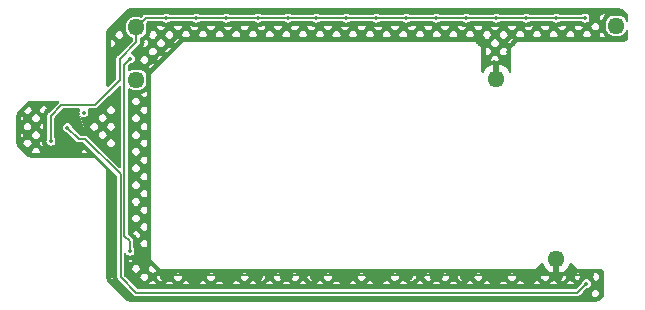
<source format=gbl>
%TF.GenerationSoftware,KiCad,Pcbnew,7.0.5-0*%
%TF.CreationDate,2023-06-17T21:21:13-07:00*%
%TF.ProjectId,JumperlessLEDboard,4a756d70-6572-46c6-9573-734c4544626f,rev?*%
%TF.SameCoordinates,Original*%
%TF.FileFunction,Copper,L2,Bot*%
%TF.FilePolarity,Positive*%
%FSLAX46Y46*%
G04 Gerber Fmt 4.6, Leading zero omitted, Abs format (unit mm)*
G04 Created by KiCad (PCBNEW 7.0.5-0) date 2023-06-17 21:21:13*
%MOMM*%
%LPD*%
G01*
G04 APERTURE LIST*
G04 Aperture macros list*
%AMRoundRect*
0 Rectangle with rounded corners*
0 $1 Rounding radius*
0 $2 $3 $4 $5 $6 $7 $8 $9 X,Y pos of 4 corners*
0 Add a 4 corners polygon primitive as box body*
4,1,4,$2,$3,$4,$5,$6,$7,$8,$9,$2,$3,0*
0 Add four circle primitives for the rounded corners*
1,1,$1+$1,$2,$3*
1,1,$1+$1,$4,$5*
1,1,$1+$1,$6,$7*
1,1,$1+$1,$8,$9*
0 Add four rect primitives between the rounded corners*
20,1,$1+$1,$2,$3,$4,$5,0*
20,1,$1+$1,$4,$5,$6,$7,0*
20,1,$1+$1,$6,$7,$8,$9,0*
20,1,$1+$1,$8,$9,$2,$3,0*%
G04 Aperture macros list end*
%TA.AperFunction,ComponentPad*%
%ADD10RoundRect,0.455000X-0.195000X-0.195000X0.195000X-0.195000X0.195000X0.195000X-0.195000X0.195000X0*%
%TD*%
%TA.AperFunction,ViaPad*%
%ADD11C,0.350000*%
%TD*%
%TA.AperFunction,Conductor*%
%ADD12C,0.175000*%
%TD*%
G04 APERTURE END LIST*
D10*
%TO.P,J10,1,Pin_1*%
%TO.N,Net-(D100-VSS)*%
X125603000Y-67995800D03*
%TD*%
%TO.P,TP19,1,1*%
%TO.N,Net-(D122-DOUT)*%
X95123000Y-68072000D03*
%TD*%
%TO.P,TP18,1,1*%
%TO.N,Net-(D92-DIN)*%
X135763000Y-63500000D03*
%TD*%
%TO.P,J8,1,Pin_1*%
%TO.N,Net-(D100-VDD)*%
X95123000Y-63652400D03*
%TD*%
%TO.P,J9,1,Pin_1*%
%TO.N,Net-(D100-VSS)*%
X130683000Y-83235800D03*
%TD*%
D11*
%TO.N,Net-(D100-VSS)*%
X123063000Y-84582000D03*
X107823000Y-84582000D03*
X97663000Y-84582000D03*
X100203000Y-84582000D03*
X128143000Y-84582000D03*
X117983000Y-84582000D03*
X125603000Y-84582000D03*
X102743000Y-84582000D03*
X95758000Y-83058000D03*
X133223000Y-84582000D03*
X112903000Y-84582000D03*
X110363000Y-84582000D03*
X130683000Y-84582000D03*
X115443000Y-84582000D03*
X120523000Y-84582000D03*
X105283000Y-84582000D03*
%TO.N,Net-(D100-VDD)*%
X125603000Y-62865000D03*
X97663000Y-62865000D03*
X130683000Y-62865000D03*
X123063000Y-62865000D03*
X100203000Y-62865000D03*
X112903000Y-62865000D03*
X117983000Y-62865000D03*
X133096000Y-62865000D03*
X105410000Y-62865000D03*
X128143000Y-62865000D03*
X107950000Y-62865000D03*
X120523000Y-62865000D03*
X110363000Y-62865000D03*
X87884000Y-73279000D03*
X102743000Y-62865000D03*
X115443000Y-62865000D03*
%TO.N,Net-(D106-DOUT)*%
X94572500Y-82592500D03*
X94615000Y-66294000D03*
%TO.N,Net-(D121-DOUT)*%
X133223000Y-85344000D03*
X89281000Y-72136000D03*
%TO.N,Net-(D122-DOUT)*%
X90678000Y-70866000D03*
%TD*%
D12*
%TO.N,Net-(D100-VSS)*%
X112903000Y-84582000D02*
X115443000Y-84582000D01*
X117983000Y-84582000D02*
X120523000Y-84582000D01*
X110363000Y-84582000D02*
X112903000Y-84582000D01*
X97282000Y-84582000D02*
X97663000Y-84582000D01*
X102743000Y-84582000D02*
X105283000Y-84582000D01*
X107823000Y-84582000D02*
X110363000Y-84582000D01*
X123063000Y-84582000D02*
X125603000Y-84582000D01*
X133223000Y-84582000D02*
X130683000Y-84582000D01*
X97663000Y-84582000D02*
X100203000Y-84582000D01*
X105283000Y-84582000D02*
X107823000Y-84582000D01*
X100203000Y-84582000D02*
X102743000Y-84582000D01*
X125603000Y-84582000D02*
X130683000Y-84582000D01*
X115443000Y-84582000D02*
X117983000Y-84582000D01*
X95758000Y-83058000D02*
X97282000Y-84582000D01*
X120523000Y-84582000D02*
X123063000Y-84582000D01*
%TO.N,Net-(D100-VDD)*%
X105410000Y-62865000D02*
X102743000Y-62865000D01*
X91594657Y-70231000D02*
X93726000Y-68099657D01*
X130683000Y-62865000D02*
X128143000Y-62865000D01*
X102743000Y-62865000D02*
X100203000Y-62865000D01*
X130683000Y-62865000D02*
X133096000Y-62865000D01*
X87884000Y-71120000D02*
X88773000Y-70231000D01*
X107950000Y-62865000D02*
X105410000Y-62865000D01*
X97663000Y-62865000D02*
X95910400Y-62865000D01*
X95123000Y-64897000D02*
X95123000Y-63652400D01*
X117983000Y-62865000D02*
X115443000Y-62865000D01*
X93726000Y-68099657D02*
X93726000Y-66294000D01*
X93726000Y-66294000D02*
X95123000Y-64897000D01*
X128143000Y-62865000D02*
X125603000Y-62865000D01*
X110363000Y-62865000D02*
X107950000Y-62865000D01*
X95910400Y-62865000D02*
X95123000Y-63652400D01*
X115443000Y-62865000D02*
X112903000Y-62865000D01*
X123063000Y-62865000D02*
X120523000Y-62865000D01*
X112903000Y-62865000D02*
X110363000Y-62865000D01*
X88773000Y-70231000D02*
X91594657Y-70231000D01*
X100203000Y-62865000D02*
X97663000Y-62865000D01*
X87884000Y-73279000D02*
X87884000Y-71120000D01*
X120523000Y-62865000D02*
X117983000Y-62865000D01*
X125603000Y-62865000D02*
X123063000Y-62865000D01*
%TO.N,Net-(D106-DOUT)*%
X94107000Y-81280000D02*
X94572500Y-81745500D01*
X94107000Y-66802000D02*
X94107000Y-81280000D01*
X94615000Y-66294000D02*
X94107000Y-66802000D01*
X94572500Y-81745500D02*
X94572500Y-82592500D01*
%TO.N,Net-(D121-DOUT)*%
X133223000Y-85344000D02*
X132461000Y-86106000D01*
X90246200Y-73101200D02*
X89281000Y-72136000D01*
X90779600Y-73101200D02*
X90246200Y-73101200D01*
X132461000Y-86106000D02*
X95123000Y-86106000D01*
X95123000Y-86106000D02*
X93782000Y-84765000D01*
X93782000Y-76103600D02*
X90779600Y-73101200D01*
X93782000Y-84765000D02*
X93782000Y-76103600D01*
%TD*%
%TA.AperFunction,Conductor*%
%TO.N,Net-(D100-VSS)*%
G36*
X136070911Y-62043061D02*
G01*
X136083654Y-62044738D01*
X136180382Y-62057473D01*
X136205340Y-62064160D01*
X136301853Y-62104137D01*
X136324229Y-62117055D01*
X136324233Y-62117058D01*
X136411831Y-62184275D01*
X136416704Y-62188549D01*
X136632588Y-62404432D01*
X136636858Y-62409300D01*
X136704080Y-62496905D01*
X136717000Y-62519284D01*
X136756975Y-62615792D01*
X136763664Y-62640756D01*
X136778076Y-62750225D01*
X136778500Y-62756693D01*
X136778500Y-63084030D01*
X136759593Y-63142221D01*
X136710093Y-63178185D01*
X136648907Y-63178185D01*
X136599407Y-63142221D01*
X136584431Y-63111651D01*
X136577694Y-63088462D01*
X136564370Y-63042600D01*
X136528820Y-62982488D01*
X136480067Y-62900051D01*
X136480064Y-62900048D01*
X136480063Y-62900046D01*
X136362954Y-62782937D01*
X136362951Y-62782935D01*
X136362948Y-62782932D01*
X136220402Y-62698631D01*
X136220401Y-62698630D01*
X136220400Y-62698630D01*
X136131293Y-62672742D01*
X136061356Y-62652423D01*
X136037542Y-62650549D01*
X136024203Y-62649500D01*
X136024197Y-62649500D01*
X135501802Y-62649500D01*
X135464642Y-62652424D01*
X135464637Y-62652425D01*
X135305596Y-62698631D01*
X135163051Y-62782932D01*
X135045932Y-62900051D01*
X134961631Y-63042596D01*
X134961631Y-63042597D01*
X134961630Y-63042599D01*
X134961630Y-63042600D01*
X134958768Y-63052451D01*
X134915423Y-63201643D01*
X134912500Y-63238802D01*
X134912500Y-63761197D01*
X134915424Y-63798357D01*
X134915425Y-63798362D01*
X134925804Y-63834087D01*
X134959701Y-63950762D01*
X134961631Y-63957403D01*
X135045932Y-64099948D01*
X135045935Y-64099951D01*
X135045937Y-64099954D01*
X135163046Y-64217063D01*
X135163048Y-64217064D01*
X135163051Y-64217067D01*
X135227100Y-64254945D01*
X135305600Y-64301370D01*
X135464642Y-64347576D01*
X135501797Y-64350500D01*
X136024202Y-64350499D01*
X136061358Y-64347576D01*
X136220400Y-64301370D01*
X136298900Y-64254945D01*
X136362948Y-64217067D01*
X136362949Y-64217065D01*
X136362954Y-64217063D01*
X136480063Y-64099954D01*
X136488965Y-64084903D01*
X136564368Y-63957403D01*
X136564370Y-63957400D01*
X136584431Y-63888346D01*
X136618822Y-63837743D01*
X136676390Y-63817017D01*
X136735146Y-63834087D01*
X136772647Y-63882433D01*
X136778500Y-63915968D01*
X136778500Y-64397549D01*
X136778076Y-64404017D01*
X136763664Y-64513487D01*
X136756975Y-64538451D01*
X136717001Y-64634957D01*
X136704079Y-64657339D01*
X136640487Y-64740213D01*
X136622213Y-64758487D01*
X136539339Y-64822079D01*
X136516957Y-64835001D01*
X136420451Y-64874975D01*
X136395487Y-64881664D01*
X136286019Y-64896076D01*
X136279551Y-64896500D01*
X127676967Y-64896500D01*
X127652438Y-64888530D01*
X127595124Y-64896076D01*
X127588656Y-64896500D01*
X127400788Y-64896500D01*
X127400582Y-64896459D01*
X127381002Y-64896459D01*
X127381000Y-64896459D01*
X127380901Y-64896500D01*
X127380617Y-64896617D01*
X127380616Y-64896617D01*
X127380614Y-64896619D01*
X127367139Y-64910001D01*
X127366829Y-64910462D01*
X127233806Y-65043484D01*
X127228932Y-65047758D01*
X127188132Y-65079064D01*
X127186440Y-65086542D01*
X127171364Y-65105926D01*
X127081926Y-65195364D01*
X127058948Y-65207071D01*
X127023759Y-65252931D01*
X127019485Y-65257804D01*
X126886509Y-65390781D01*
X126886339Y-65390895D01*
X126872616Y-65404618D01*
X126872457Y-65404997D01*
X126872460Y-65424670D01*
X126872500Y-65424864D01*
X126872500Y-65612656D01*
X126872076Y-65619124D01*
X126865363Y-65670113D01*
X126869453Y-65676596D01*
X126872500Y-65700967D01*
X126872500Y-67391821D01*
X126853593Y-67450012D01*
X126804093Y-67485976D01*
X126742907Y-67485976D01*
X126693407Y-67450012D01*
X126685750Y-67437658D01*
X126599508Y-67272557D01*
X126476777Y-67122040D01*
X126476759Y-67122022D01*
X126326242Y-66999291D01*
X126154081Y-66909361D01*
X125967352Y-66855931D01*
X125853392Y-66845800D01*
X125853001Y-66845800D01*
X125853000Y-66845801D01*
X125853000Y-67707579D01*
X125786843Y-67656087D01*
X125666578Y-67614800D01*
X125571431Y-67614800D01*
X125477579Y-67630461D01*
X125365749Y-67690980D01*
X125353000Y-67704829D01*
X125353000Y-66845801D01*
X125352999Y-66845800D01*
X125352608Y-66845800D01*
X125238647Y-66855931D01*
X125051918Y-66909361D01*
X124879757Y-66999291D01*
X124729240Y-67122022D01*
X124729222Y-67122040D01*
X124606491Y-67272557D01*
X124520250Y-67437658D01*
X124476549Y-67480482D01*
X124416023Y-67489440D01*
X124361790Y-67461111D01*
X124334567Y-67406316D01*
X124333500Y-67391821D01*
X124333500Y-66389824D01*
X125160431Y-66389824D01*
X125174977Y-66462950D01*
X125176418Y-66462683D01*
X125178735Y-66462309D01*
X125190475Y-66460700D01*
X125192814Y-66460436D01*
X125322296Y-66448925D01*
X125323389Y-66448840D01*
X125328896Y-66448474D01*
X125329986Y-66448413D01*
X125339895Y-66447972D01*
X125340991Y-66447936D01*
X125346532Y-66447812D01*
X125347635Y-66447800D01*
X125433789Y-66447800D01*
X125471674Y-66455336D01*
X125545183Y-66485784D01*
X125577301Y-66507244D01*
X125603000Y-66532942D01*
X125628699Y-66507244D01*
X125660817Y-66485784D01*
X125734326Y-66455336D01*
X125772211Y-66447800D01*
X125829863Y-66447800D01*
X125841395Y-66389824D01*
X125826242Y-66313646D01*
X125777570Y-66240803D01*
X125649934Y-66113167D01*
X125577091Y-66064495D01*
X125500913Y-66049342D01*
X125424734Y-66064495D01*
X125351892Y-66113167D01*
X125224256Y-66240803D01*
X125175584Y-66313646D01*
X125160431Y-66389824D01*
X124333500Y-66389824D01*
X124333500Y-65700968D01*
X124341468Y-65676442D01*
X124333924Y-65619133D01*
X124333500Y-65612666D01*
X124333500Y-65424971D01*
X124333540Y-65424782D01*
X124333505Y-65424782D01*
X124333539Y-65405002D01*
X124333541Y-65405000D01*
X124333500Y-65404901D01*
X124333383Y-65404617D01*
X124333381Y-65404616D01*
X124333381Y-65404615D01*
X124319722Y-65390910D01*
X124319410Y-65390701D01*
X124283534Y-65354825D01*
X124730511Y-65354825D01*
X124731611Y-65366147D01*
X124731500Y-65427902D01*
X124731500Y-65589828D01*
X124752207Y-65747121D01*
X124741057Y-65807282D01*
X124731500Y-65821482D01*
X124731500Y-66010805D01*
X124793807Y-66023199D01*
X124869984Y-66008046D01*
X124942827Y-65959374D01*
X125070463Y-65831738D01*
X125119135Y-65758895D01*
X125134288Y-65682717D01*
X125867538Y-65682717D01*
X125882691Y-65758895D01*
X125931363Y-65831738D01*
X126058999Y-65959374D01*
X126131842Y-66008046D01*
X126208020Y-66023199D01*
X126284197Y-66008046D01*
X126357043Y-65959372D01*
X126474500Y-65841916D01*
X126474500Y-65820504D01*
X126453116Y-65765871D01*
X126453791Y-65747119D01*
X126474500Y-65589817D01*
X126474500Y-65523520D01*
X126357040Y-65406060D01*
X126284197Y-65357388D01*
X126208020Y-65342235D01*
X126131842Y-65357388D01*
X126058996Y-65406062D01*
X125931365Y-65533694D01*
X125882691Y-65606539D01*
X125867538Y-65682717D01*
X125134288Y-65682717D01*
X125119135Y-65606539D01*
X125070461Y-65533694D01*
X124942830Y-65406062D01*
X124869984Y-65357388D01*
X124793807Y-65342235D01*
X124730511Y-65354825D01*
X124283534Y-65354825D01*
X124186515Y-65257807D01*
X124182241Y-65252934D01*
X124150932Y-65212131D01*
X124143451Y-65210438D01*
X124124072Y-65195364D01*
X124034632Y-65105923D01*
X124022926Y-65082948D01*
X123977068Y-65047760D01*
X123972195Y-65043486D01*
X123904319Y-64975610D01*
X125160431Y-64975610D01*
X125175584Y-65051788D01*
X125224256Y-65124631D01*
X125351892Y-65252267D01*
X125424734Y-65300939D01*
X125500913Y-65316092D01*
X125577091Y-65300939D01*
X125649934Y-65252267D01*
X125777570Y-65124631D01*
X125826242Y-65051788D01*
X125841395Y-64975611D01*
X125841395Y-64975610D01*
X126574645Y-64975610D01*
X126589798Y-65051788D01*
X126618975Y-65095455D01*
X126721906Y-64992524D01*
X126818487Y-64866660D01*
X126826287Y-64861299D01*
X126828926Y-64855267D01*
X126842660Y-64842487D01*
X126968527Y-64745904D01*
X127034972Y-64679459D01*
X126991304Y-64650281D01*
X126915126Y-64635128D01*
X126838949Y-64650281D01*
X126766103Y-64698955D01*
X126638472Y-64826587D01*
X126589798Y-64899433D01*
X126574645Y-64975610D01*
X125841395Y-64975610D01*
X125826242Y-64899433D01*
X125777568Y-64826587D01*
X125649937Y-64698955D01*
X125577091Y-64650281D01*
X125500913Y-64635128D01*
X125424734Y-64650281D01*
X125351889Y-64698955D01*
X125224258Y-64826587D01*
X125175584Y-64899433D01*
X125160431Y-64975610D01*
X123904319Y-64975610D01*
X123836526Y-64907817D01*
X123825367Y-64896601D01*
X123825298Y-64896542D01*
X123825285Y-64896576D01*
X123825000Y-64896457D01*
X123805330Y-64896460D01*
X123805135Y-64896500D01*
X123617344Y-64896500D01*
X123610876Y-64896076D01*
X123559886Y-64889363D01*
X123553404Y-64893453D01*
X123529033Y-64896500D01*
X99355967Y-64896500D01*
X99331438Y-64888530D01*
X99274124Y-64896076D01*
X99267656Y-64896500D01*
X99079865Y-64896500D01*
X99079722Y-64896471D01*
X99079722Y-64896474D01*
X99060000Y-64896457D01*
X99059724Y-64896572D01*
X99059617Y-64896616D01*
X99046013Y-64910188D01*
X99045830Y-64910461D01*
X98912807Y-65043483D01*
X98907934Y-65047757D01*
X98867134Y-65079062D01*
X98865444Y-65086537D01*
X98850365Y-65105926D01*
X96601926Y-67354364D01*
X96578948Y-67366071D01*
X96543760Y-67411930D01*
X96539486Y-67416803D01*
X96406509Y-67549781D01*
X96406339Y-67549895D01*
X96392616Y-67563618D01*
X96392457Y-67563997D01*
X96392460Y-67583671D01*
X96392500Y-67583865D01*
X96392499Y-67771656D01*
X96392075Y-67778123D01*
X96385362Y-67829113D01*
X96389453Y-67835596D01*
X96392500Y-67859967D01*
X96392500Y-68011038D01*
X96392499Y-83016031D01*
X96384529Y-83040557D01*
X96392076Y-83097875D01*
X96392500Y-83104343D01*
X96392500Y-83292313D01*
X96392427Y-83292680D01*
X96392457Y-83312000D01*
X96392597Y-83312335D01*
X96392616Y-83312382D01*
X96403816Y-83323525D01*
X96539486Y-83459195D01*
X96543760Y-83464068D01*
X96575062Y-83504861D01*
X96582535Y-83506552D01*
X96601922Y-83521631D01*
X96945364Y-83865072D01*
X96957072Y-83888050D01*
X97002933Y-83923241D01*
X97007807Y-83927515D01*
X97140702Y-84060409D01*
X97140958Y-84060791D01*
X97154615Y-84074381D01*
X97154616Y-84074381D01*
X97154617Y-84074383D01*
X97154717Y-84074424D01*
X97155000Y-84074542D01*
X97155001Y-84074541D01*
X97155002Y-84074542D01*
X97174608Y-84074550D01*
X97174864Y-84074500D01*
X97362656Y-84074500D01*
X97369124Y-84074924D01*
X97420113Y-84081636D01*
X97426596Y-84077547D01*
X97450967Y-84074500D01*
X128609033Y-84074500D01*
X128633561Y-84082469D01*
X128690876Y-84074924D01*
X128697344Y-84074500D01*
X128885135Y-84074500D01*
X128885330Y-84074539D01*
X128905000Y-84074542D01*
X128905342Y-84074400D01*
X128907184Y-84073655D01*
X128912084Y-84067682D01*
X128919548Y-84060218D01*
X128919665Y-84060042D01*
X128924693Y-84055013D01*
X129052200Y-83927505D01*
X129057069Y-83923237D01*
X129097861Y-83891936D01*
X129099552Y-83884463D01*
X129114628Y-83865077D01*
X129204075Y-83775630D01*
X129227050Y-83763924D01*
X129262239Y-83718066D01*
X129266513Y-83713193D01*
X129387821Y-83591886D01*
X129442337Y-83564109D01*
X129502769Y-83573681D01*
X129546034Y-83616945D01*
X129553004Y-83634655D01*
X129596561Y-83786881D01*
X129686491Y-83959042D01*
X129809222Y-84109559D01*
X129809240Y-84109577D01*
X129959757Y-84232308D01*
X130131918Y-84322238D01*
X130318647Y-84375668D01*
X130432608Y-84385800D01*
X130432999Y-84385800D01*
X130433000Y-84385798D01*
X130433000Y-83524020D01*
X130499157Y-83575513D01*
X130619422Y-83616800D01*
X130714569Y-83616800D01*
X130808421Y-83601139D01*
X130920251Y-83540620D01*
X130932999Y-83526771D01*
X130932999Y-84385799D01*
X130933001Y-84385800D01*
X130933392Y-84385800D01*
X131047352Y-84375668D01*
X131234081Y-84322238D01*
X131406242Y-84232308D01*
X131556759Y-84109577D01*
X131556777Y-84109559D01*
X131679508Y-83959042D01*
X131769438Y-83786879D01*
X131812995Y-83634657D01*
X131847181Y-83583912D01*
X131904664Y-83562953D01*
X131963489Y-83579785D01*
X131978179Y-83591887D01*
X132099486Y-83713195D01*
X132103760Y-83718068D01*
X132135063Y-83758862D01*
X132142536Y-83760553D01*
X132161923Y-83775632D01*
X132251364Y-83865072D01*
X132263072Y-83888050D01*
X132308934Y-83923241D01*
X132313807Y-83927515D01*
X132446701Y-84060410D01*
X132446910Y-84060722D01*
X132460614Y-84074380D01*
X132460616Y-84074380D01*
X132460617Y-84074383D01*
X132460728Y-84074428D01*
X132460860Y-84074541D01*
X132460886Y-84074541D01*
X132460902Y-84074500D01*
X132461000Y-84074541D01*
X132461001Y-84074540D01*
X132461002Y-84074541D01*
X132480582Y-84074541D01*
X132480788Y-84074500D01*
X132668656Y-84074500D01*
X132675124Y-84074924D01*
X132726113Y-84081636D01*
X132732596Y-84077547D01*
X132756967Y-84074500D01*
X134247551Y-84074500D01*
X134254018Y-84074924D01*
X134266761Y-84076601D01*
X134363489Y-84089336D01*
X134388447Y-84096023D01*
X134484960Y-84136000D01*
X134507336Y-84148918D01*
X134590216Y-84212515D01*
X134608484Y-84230783D01*
X134672079Y-84313660D01*
X134685001Y-84336042D01*
X134724975Y-84432548D01*
X134731664Y-84457512D01*
X134746076Y-84566981D01*
X134746500Y-84573449D01*
X134746500Y-86153442D01*
X134746076Y-86159910D01*
X134731664Y-86269380D01*
X134724975Y-86294344D01*
X134685001Y-86390850D01*
X134672078Y-86413232D01*
X134604865Y-86500825D01*
X134600591Y-86505698D01*
X134384698Y-86721591D01*
X134379825Y-86725865D01*
X134292232Y-86793078D01*
X134269850Y-86806001D01*
X134173344Y-86845975D01*
X134148380Y-86852664D01*
X134038912Y-86867076D01*
X134032444Y-86867500D01*
X94567556Y-86867500D01*
X94561088Y-86867076D01*
X94451619Y-86852664D01*
X94426655Y-86845975D01*
X94330149Y-86806001D01*
X94307767Y-86793079D01*
X94220168Y-86725861D01*
X94215295Y-86721587D01*
X92729404Y-85235695D01*
X92725136Y-85230829D01*
X92657920Y-85143232D01*
X92644999Y-85120852D01*
X92642609Y-85115082D01*
X92605023Y-85024340D01*
X92598336Y-84999382D01*
X92585061Y-84898547D01*
X92583924Y-84889909D01*
X92583500Y-84883442D01*
X92583500Y-84435610D01*
X92981500Y-84435610D01*
X92981500Y-84860608D01*
X92987791Y-84908401D01*
X92997639Y-84932178D01*
X93026978Y-84970412D01*
X93113911Y-85057345D01*
X93123026Y-85051254D01*
X93143813Y-85030467D01*
X93130193Y-84995309D01*
X93128739Y-84990972D01*
X93122537Y-84969177D01*
X93115359Y-84947765D01*
X93114107Y-84943364D01*
X93104623Y-84903045D01*
X93103782Y-84898547D01*
X93100595Y-84875698D01*
X93100173Y-84871144D01*
X93098688Y-84839016D01*
X93098653Y-84838713D01*
X93096744Y-84818124D01*
X93096585Y-84815840D01*
X93096053Y-84804319D01*
X93096000Y-84802032D01*
X93096000Y-84780847D01*
X93093289Y-84722220D01*
X93093289Y-84717645D01*
X93094354Y-84694607D01*
X93094776Y-84690054D01*
X93096000Y-84681277D01*
X93096000Y-84479887D01*
X93050179Y-84449271D01*
X92981500Y-84435610D01*
X92583500Y-84435610D01*
X92583500Y-83021397D01*
X92981500Y-83021397D01*
X92981500Y-83699376D01*
X93050179Y-83685715D01*
X93096000Y-83655099D01*
X93096000Y-83065674D01*
X93050179Y-83035058D01*
X92981500Y-83021397D01*
X92583500Y-83021397D01*
X92583500Y-81607183D01*
X92981500Y-81607183D01*
X92981500Y-82285163D01*
X93050179Y-82271502D01*
X93096000Y-82240886D01*
X93096000Y-81651460D01*
X93050179Y-81620844D01*
X92981500Y-81607183D01*
X92583500Y-81607183D01*
X92583500Y-80192970D01*
X92981500Y-80192970D01*
X92981500Y-80870949D01*
X93050179Y-80857288D01*
X93096000Y-80826672D01*
X93096000Y-80237247D01*
X93050179Y-80206631D01*
X92981500Y-80192970D01*
X92583500Y-80192970D01*
X92583500Y-78778756D01*
X92981500Y-78778756D01*
X92981500Y-79456736D01*
X93050179Y-79443075D01*
X93096000Y-79412459D01*
X93096000Y-78823033D01*
X93050179Y-78792417D01*
X92981500Y-78778756D01*
X92583500Y-78778756D01*
X92583500Y-77364543D01*
X92981500Y-77364543D01*
X92981500Y-78042522D01*
X93050179Y-78028861D01*
X93096000Y-77998245D01*
X93096000Y-77408820D01*
X93050179Y-77378204D01*
X92981500Y-77364543D01*
X92583500Y-77364543D01*
X92583500Y-75987967D01*
X92591469Y-75963438D01*
X92583924Y-75906124D01*
X92583500Y-75899656D01*
X92583500Y-75711864D01*
X92583539Y-75711670D01*
X92583540Y-75692002D01*
X92583542Y-75692000D01*
X92583424Y-75691716D01*
X92583423Y-75691715D01*
X92583383Y-75691617D01*
X92569742Y-75677907D01*
X92569358Y-75677650D01*
X92436512Y-75544803D01*
X92432238Y-75539930D01*
X92400933Y-75499133D01*
X92393453Y-75497440D01*
X92374075Y-75482367D01*
X91776631Y-74884923D01*
X91764924Y-74861947D01*
X91719068Y-74826760D01*
X91714195Y-74822486D01*
X91578522Y-74686813D01*
X91567367Y-74675601D01*
X91567298Y-74675542D01*
X91567285Y-74675576D01*
X91567000Y-74675457D01*
X91547330Y-74675460D01*
X91547135Y-74675500D01*
X91359344Y-74675500D01*
X91352876Y-74675076D01*
X91301886Y-74668363D01*
X91295404Y-74672453D01*
X91271033Y-74675500D01*
X90400104Y-74675500D01*
X90467132Y-74167999D01*
X90512199Y-74167999D01*
X90527352Y-74244176D01*
X90549618Y-74277500D01*
X90985749Y-74277500D01*
X90651626Y-73943377D01*
X90576024Y-74018978D01*
X90527352Y-74091821D01*
X90512199Y-74167999D01*
X90467132Y-74167999D01*
X90569992Y-73389200D01*
X90619299Y-73389200D01*
X90677490Y-73408107D01*
X90689303Y-73418196D01*
X93465004Y-76193897D01*
X93492781Y-76248414D01*
X93494000Y-76263901D01*
X93494000Y-84705457D01*
X93493525Y-84712302D01*
X93491820Y-84724522D01*
X93493947Y-84770508D01*
X93494000Y-84772794D01*
X93494000Y-84791687D01*
X93494598Y-84794888D01*
X93495389Y-84801706D01*
X93496792Y-84832077D01*
X93496792Y-84832079D01*
X93496793Y-84832080D01*
X93500404Y-84840259D01*
X93507153Y-84862055D01*
X93508794Y-84870836D01*
X93508795Y-84870838D01*
X93508796Y-84870840D01*
X93524805Y-84896697D01*
X93528001Y-84902761D01*
X93540283Y-84930575D01*
X93540287Y-84930580D01*
X93546608Y-84936902D01*
X93560770Y-84954781D01*
X93563494Y-84959179D01*
X93565479Y-84962385D01*
X93581044Y-84974139D01*
X93589741Y-84980707D01*
X93594919Y-84985213D01*
X94877255Y-86267549D01*
X94881761Y-86272727D01*
X94889189Y-86282564D01*
X94889190Y-86282565D01*
X94900725Y-86293081D01*
X94923212Y-86313580D01*
X94924864Y-86315158D01*
X94938223Y-86328517D01*
X94938226Y-86328519D01*
X94940901Y-86330351D01*
X94946285Y-86334614D01*
X94968761Y-86355104D01*
X94977101Y-86358334D01*
X94997277Y-86368969D01*
X95004656Y-86374024D01*
X95034263Y-86380986D01*
X95040799Y-86383011D01*
X95069163Y-86394000D01*
X95078105Y-86394000D01*
X95100768Y-86396628D01*
X95109469Y-86398675D01*
X95139578Y-86394475D01*
X95146426Y-86394000D01*
X132401462Y-86394000D01*
X132408309Y-86394475D01*
X132420522Y-86396179D01*
X132466518Y-86394052D01*
X132468794Y-86394000D01*
X132487688Y-86394000D01*
X132487689Y-86394000D01*
X132490880Y-86393402D01*
X132497699Y-86392610D01*
X132528080Y-86391207D01*
X132536257Y-86387595D01*
X132558057Y-86380845D01*
X132566840Y-86379204D01*
X132592690Y-86363198D01*
X132598757Y-86359998D01*
X132626578Y-86347715D01*
X132632894Y-86341397D01*
X132650787Y-86327225D01*
X132658385Y-86322521D01*
X132676707Y-86298256D01*
X132681211Y-86293081D01*
X132785479Y-86188813D01*
X133645713Y-86188813D01*
X133660866Y-86264991D01*
X133709540Y-86337837D01*
X133837172Y-86465469D01*
X133843203Y-86469500D01*
X134009602Y-86469500D01*
X134057402Y-86463206D01*
X134081172Y-86453360D01*
X134119417Y-86424013D01*
X134303012Y-86240418D01*
X134321099Y-86216846D01*
X134326676Y-86188812D01*
X134311523Y-86112636D01*
X134262851Y-86039793D01*
X134135215Y-85912157D01*
X134062372Y-85863485D01*
X133986195Y-85848332D01*
X133910017Y-85863485D01*
X133837174Y-85912157D01*
X133709538Y-86039793D01*
X133660866Y-86112636D01*
X133645713Y-86188813D01*
X132785479Y-86188813D01*
X132934499Y-86039793D01*
X133232470Y-85741822D01*
X133286985Y-85714046D01*
X133340482Y-85705574D01*
X133340484Y-85705573D01*
X133340485Y-85705573D01*
X133393473Y-85678573D01*
X133446465Y-85651573D01*
X133530573Y-85567465D01*
X133584574Y-85461482D01*
X133603181Y-85344000D01*
X133584574Y-85226518D01*
X133584571Y-85226513D01*
X133584571Y-85226511D01*
X133530574Y-85120537D01*
X133530573Y-85120535D01*
X133446465Y-85036427D01*
X133446462Y-85036425D01*
X133340488Y-84982428D01*
X133340483Y-84982426D01*
X133340482Y-84982426D01*
X133223000Y-84963819D01*
X133105518Y-84982426D01*
X133105511Y-84982428D01*
X132999537Y-85036425D01*
X132915425Y-85120537D01*
X132861427Y-85226514D01*
X132861426Y-85226516D01*
X132852953Y-85280013D01*
X132825176Y-85334528D01*
X132370702Y-85789003D01*
X132316185Y-85816781D01*
X132300698Y-85818000D01*
X95283302Y-85818000D01*
X95225111Y-85799093D01*
X95213298Y-85789004D01*
X94844294Y-85420000D01*
X96181328Y-85420000D01*
X96837743Y-85420000D01*
X97595542Y-85420000D01*
X98251956Y-85420000D01*
X99009755Y-85420000D01*
X99666170Y-85420000D01*
X100423969Y-85420000D01*
X101080383Y-85420000D01*
X101838182Y-85420000D01*
X102494597Y-85420000D01*
X103252396Y-85420000D01*
X103908811Y-85420000D01*
X104666610Y-85420000D01*
X105323024Y-85420000D01*
X106080823Y-85420000D01*
X106737238Y-85420000D01*
X107495037Y-85420000D01*
X108151451Y-85420000D01*
X108909250Y-85420000D01*
X109565665Y-85420000D01*
X110323464Y-85420000D01*
X110979878Y-85420000D01*
X111737677Y-85420000D01*
X112394092Y-85420000D01*
X113151891Y-85420000D01*
X113808306Y-85420000D01*
X114566105Y-85420000D01*
X115222519Y-85420000D01*
X115980318Y-85420000D01*
X116636733Y-85420000D01*
X117394532Y-85420000D01*
X118050946Y-85420000D01*
X118808745Y-85420000D01*
X119465160Y-85420000D01*
X120222959Y-85420000D01*
X120879373Y-85420000D01*
X121637172Y-85420000D01*
X122293587Y-85420000D01*
X123051386Y-85420000D01*
X123707800Y-85420000D01*
X124465599Y-85420000D01*
X125122014Y-85420000D01*
X125879813Y-85420000D01*
X126536228Y-85420000D01*
X127294027Y-85420000D01*
X127950441Y-85420000D01*
X128708240Y-85420000D01*
X129364655Y-85420000D01*
X130122454Y-85420000D01*
X130778868Y-85420000D01*
X131536667Y-85420000D01*
X132176847Y-85420000D01*
X132190388Y-85406458D01*
X132190203Y-85405528D01*
X132141531Y-85332686D01*
X132013895Y-85205050D01*
X131941052Y-85156378D01*
X131864874Y-85141225D01*
X131788696Y-85156378D01*
X131715851Y-85205052D01*
X131588219Y-85332683D01*
X131539545Y-85405529D01*
X131536667Y-85420000D01*
X130778868Y-85420000D01*
X130775989Y-85405529D01*
X130727317Y-85332686D01*
X130599681Y-85205050D01*
X130537668Y-85163614D01*
X130484005Y-85147857D01*
X130450661Y-85141225D01*
X130374483Y-85156378D01*
X130301640Y-85205050D01*
X130174004Y-85332686D01*
X130125332Y-85405529D01*
X130122454Y-85420000D01*
X129364655Y-85420000D01*
X129361776Y-85405529D01*
X129313102Y-85332683D01*
X129185470Y-85205052D01*
X129112625Y-85156378D01*
X129036447Y-85141225D01*
X128960269Y-85156378D01*
X128887426Y-85205050D01*
X128759790Y-85332686D01*
X128711118Y-85405529D01*
X128708240Y-85420000D01*
X127950441Y-85420000D01*
X127947562Y-85405529D01*
X127898890Y-85332686D01*
X127771254Y-85205050D01*
X127698411Y-85156378D01*
X127622234Y-85141225D01*
X127546056Y-85156378D01*
X127473210Y-85205052D01*
X127345579Y-85332682D01*
X127296905Y-85405529D01*
X127294027Y-85420000D01*
X126536228Y-85420000D01*
X126533349Y-85405529D01*
X126484675Y-85332683D01*
X126357043Y-85205052D01*
X126284197Y-85156378D01*
X126208020Y-85141225D01*
X126131842Y-85156378D01*
X126058999Y-85205050D01*
X125931363Y-85332686D01*
X125882691Y-85405529D01*
X125879813Y-85420000D01*
X125122014Y-85420000D01*
X125119135Y-85405529D01*
X125070463Y-85332686D01*
X124942827Y-85205050D01*
X124869984Y-85156378D01*
X124793806Y-85141225D01*
X124717629Y-85156378D01*
X124644783Y-85205052D01*
X124517151Y-85332683D01*
X124468477Y-85405529D01*
X124465599Y-85420000D01*
X123707800Y-85420000D01*
X123704921Y-85405529D01*
X123656247Y-85332682D01*
X123528616Y-85205052D01*
X123455770Y-85156378D01*
X123379593Y-85141225D01*
X123303415Y-85156378D01*
X123230572Y-85205050D01*
X123102936Y-85332686D01*
X123054264Y-85405529D01*
X123051386Y-85420000D01*
X122293587Y-85420000D01*
X122290708Y-85405529D01*
X122242036Y-85332686D01*
X122114400Y-85205050D01*
X122041557Y-85156378D01*
X121965379Y-85141225D01*
X121889201Y-85156378D01*
X121816356Y-85205052D01*
X121688724Y-85332683D01*
X121640050Y-85405529D01*
X121637172Y-85420000D01*
X120879373Y-85420000D01*
X120876494Y-85405529D01*
X120827822Y-85332686D01*
X120700186Y-85205050D01*
X120647379Y-85169766D01*
X120622782Y-85176989D01*
X120594889Y-85181000D01*
X120451111Y-85181000D01*
X120440436Y-85179465D01*
X120402145Y-85205050D01*
X120274509Y-85332686D01*
X120225837Y-85405529D01*
X120222959Y-85420000D01*
X119465160Y-85420000D01*
X119462281Y-85405529D01*
X119413609Y-85332686D01*
X119285973Y-85205050D01*
X119213131Y-85156378D01*
X119136952Y-85141225D01*
X119060774Y-85156378D01*
X118987931Y-85205050D01*
X118860295Y-85332686D01*
X118811623Y-85405529D01*
X118808745Y-85420000D01*
X118050946Y-85420000D01*
X118048067Y-85405529D01*
X117999395Y-85332686D01*
X117871759Y-85205050D01*
X117798916Y-85156378D01*
X117722739Y-85141225D01*
X117646561Y-85156378D01*
X117573718Y-85205050D01*
X117446082Y-85332686D01*
X117397410Y-85405529D01*
X117394532Y-85420000D01*
X116636733Y-85420000D01*
X116633854Y-85405529D01*
X116585180Y-85332683D01*
X116457548Y-85205052D01*
X116384703Y-85156378D01*
X116308525Y-85141225D01*
X116232347Y-85156378D01*
X116159504Y-85205050D01*
X116031868Y-85332686D01*
X115983196Y-85405529D01*
X115980318Y-85420000D01*
X115222519Y-85420000D01*
X115219640Y-85405529D01*
X115170968Y-85332686D01*
X115043332Y-85205050D01*
X114970489Y-85156378D01*
X114894312Y-85141225D01*
X114818134Y-85156378D01*
X114745288Y-85205052D01*
X114617657Y-85332682D01*
X114568983Y-85405529D01*
X114566105Y-85420000D01*
X113808306Y-85420000D01*
X113805427Y-85405529D01*
X113756753Y-85332683D01*
X113629121Y-85205052D01*
X113556275Y-85156378D01*
X113480098Y-85141225D01*
X113403920Y-85156378D01*
X113331077Y-85205050D01*
X113203441Y-85332686D01*
X113154769Y-85405529D01*
X113151891Y-85420000D01*
X112394092Y-85420000D01*
X112391213Y-85405529D01*
X112342541Y-85332686D01*
X112214905Y-85205050D01*
X112142062Y-85156378D01*
X112065885Y-85141225D01*
X111989707Y-85156378D01*
X111916861Y-85205052D01*
X111789229Y-85332683D01*
X111740555Y-85405529D01*
X111737677Y-85420000D01*
X110979878Y-85420000D01*
X110976999Y-85405529D01*
X110928325Y-85332682D01*
X110800694Y-85205052D01*
X110727848Y-85156378D01*
X110651671Y-85141225D01*
X110575493Y-85156378D01*
X110502650Y-85205050D01*
X110375014Y-85332686D01*
X110326342Y-85405529D01*
X110323464Y-85420000D01*
X109565665Y-85420000D01*
X109562786Y-85405529D01*
X109514114Y-85332686D01*
X109386478Y-85205050D01*
X109313635Y-85156378D01*
X109237457Y-85141225D01*
X109161279Y-85156378D01*
X109088434Y-85205052D01*
X108960802Y-85332683D01*
X108912128Y-85405529D01*
X108909250Y-85420000D01*
X108151451Y-85420000D01*
X108148572Y-85405529D01*
X108099900Y-85332686D01*
X107972264Y-85205050D01*
X107927982Y-85175461D01*
X107922782Y-85176989D01*
X107894889Y-85181000D01*
X107751111Y-85181000D01*
X107723219Y-85176990D01*
X107718355Y-85175561D01*
X107674224Y-85205049D01*
X107546587Y-85332686D01*
X107497915Y-85405529D01*
X107495037Y-85420000D01*
X106737238Y-85420000D01*
X106734359Y-85405529D01*
X106685685Y-85332683D01*
X106558053Y-85205052D01*
X106485208Y-85156378D01*
X106409030Y-85141225D01*
X106332852Y-85156378D01*
X106260009Y-85205050D01*
X106132373Y-85332686D01*
X106083701Y-85405529D01*
X106080823Y-85420000D01*
X105323024Y-85420000D01*
X105320145Y-85405529D01*
X105271473Y-85332686D01*
X105143837Y-85205050D01*
X105070994Y-85156378D01*
X104994817Y-85141225D01*
X104918639Y-85156378D01*
X104845793Y-85205052D01*
X104718162Y-85332682D01*
X104669488Y-85405529D01*
X104666610Y-85420000D01*
X103908811Y-85420000D01*
X103905932Y-85405529D01*
X103857258Y-85332683D01*
X103729626Y-85205052D01*
X103656780Y-85156378D01*
X103580602Y-85141225D01*
X103504425Y-85156378D01*
X103431582Y-85205050D01*
X103303946Y-85332686D01*
X103255274Y-85405529D01*
X103252396Y-85420000D01*
X102494597Y-85420000D01*
X102491718Y-85405529D01*
X102443046Y-85332686D01*
X102315410Y-85205050D01*
X102242567Y-85156378D01*
X102166389Y-85141225D01*
X102090212Y-85156378D01*
X102017366Y-85205052D01*
X101889734Y-85332683D01*
X101841060Y-85405529D01*
X101838182Y-85420000D01*
X101080383Y-85420000D01*
X101077504Y-85405529D01*
X101028830Y-85332682D01*
X100901199Y-85205052D01*
X100828353Y-85156378D01*
X100752176Y-85141225D01*
X100675998Y-85156378D01*
X100603155Y-85205050D01*
X100475519Y-85332686D01*
X100426847Y-85405529D01*
X100423969Y-85420000D01*
X99666170Y-85420000D01*
X99663291Y-85405529D01*
X99614619Y-85332686D01*
X99486983Y-85205050D01*
X99414140Y-85156378D01*
X99337962Y-85141225D01*
X99261784Y-85156378D01*
X99188939Y-85205052D01*
X99061307Y-85332683D01*
X99012633Y-85405529D01*
X99009755Y-85420000D01*
X98251956Y-85420000D01*
X98249077Y-85405529D01*
X98200405Y-85332686D01*
X98072769Y-85205050D01*
X97999926Y-85156378D01*
X97923748Y-85141225D01*
X97847571Y-85156378D01*
X97774728Y-85205050D01*
X97647092Y-85332686D01*
X97598420Y-85405529D01*
X97595542Y-85420000D01*
X96837743Y-85420000D01*
X96834864Y-85405529D01*
X96786192Y-85332686D01*
X96658556Y-85205050D01*
X96585714Y-85156378D01*
X96509535Y-85141225D01*
X96433357Y-85156378D01*
X96360514Y-85205050D01*
X96232878Y-85332686D01*
X96184206Y-85405529D01*
X96181328Y-85420000D01*
X94844294Y-85420000D01*
X94198894Y-84774600D01*
X95461946Y-84774600D01*
X95477099Y-84850778D01*
X95525773Y-84923624D01*
X95653405Y-85051255D01*
X95726251Y-85099929D01*
X95802429Y-85115082D01*
X95878606Y-85099929D01*
X95951449Y-85051257D01*
X96079085Y-84923621D01*
X96127757Y-84850778D01*
X96142910Y-84774601D01*
X96142910Y-84774600D01*
X96876160Y-84774600D01*
X96891313Y-84850778D01*
X96939985Y-84923621D01*
X97067621Y-85051257D01*
X97140464Y-85099929D01*
X97216642Y-85115082D01*
X97292819Y-85099929D01*
X97326231Y-85077604D01*
X97278679Y-85047045D01*
X97257382Y-85028592D01*
X97163228Y-84919931D01*
X97147995Y-84896226D01*
X97092450Y-84774600D01*
X98290374Y-84774600D01*
X98305527Y-84850778D01*
X98354201Y-84923625D01*
X98481832Y-85051255D01*
X98554678Y-85099929D01*
X98630855Y-85115082D01*
X98707033Y-85099929D01*
X98779876Y-85051257D01*
X98907512Y-84923621D01*
X98956184Y-84850778D01*
X98971337Y-84774601D01*
X101118801Y-84774601D01*
X101133954Y-84850778D01*
X101182626Y-84923621D01*
X101310262Y-85051257D01*
X101383105Y-85099929D01*
X101459283Y-85115082D01*
X101535460Y-85099929D01*
X101608303Y-85051257D01*
X101735939Y-84923621D01*
X101784611Y-84850778D01*
X101799764Y-84774601D01*
X103947228Y-84774601D01*
X103962381Y-84850778D01*
X104011053Y-84923621D01*
X104138689Y-85051257D01*
X104211532Y-85099929D01*
X104287710Y-85115082D01*
X104363887Y-85099929D01*
X104383849Y-85086591D01*
X105605784Y-85086591D01*
X105625746Y-85099929D01*
X105701924Y-85115082D01*
X105778101Y-85099929D01*
X105850944Y-85051257D01*
X105978580Y-84923621D01*
X106027252Y-84850778D01*
X106042405Y-84774601D01*
X106042405Y-84774600D01*
X106775655Y-84774600D01*
X106790808Y-84850778D01*
X106839480Y-84923621D01*
X106967116Y-85051257D01*
X107039959Y-85099929D01*
X107116137Y-85115082D01*
X107192314Y-85099929D01*
X107265160Y-85051255D01*
X107357236Y-84959179D01*
X107357009Y-84958917D01*
X108288989Y-84958917D01*
X108381327Y-85051255D01*
X108454173Y-85099929D01*
X108530351Y-85115082D01*
X108606528Y-85099929D01*
X108679371Y-85051257D01*
X108807007Y-84923621D01*
X108855679Y-84850778D01*
X108870832Y-84774601D01*
X109604082Y-84774601D01*
X109619235Y-84850778D01*
X109667907Y-84923621D01*
X109795543Y-85051257D01*
X109868386Y-85099929D01*
X109944564Y-85115082D01*
X110020741Y-85099929D01*
X110040464Y-85086751D01*
X109978679Y-85047045D01*
X109957382Y-85028592D01*
X109863228Y-84919931D01*
X109847995Y-84896226D01*
X109792450Y-84774601D01*
X111018296Y-84774601D01*
X111033449Y-84850778D01*
X111082121Y-84923621D01*
X111209757Y-85051257D01*
X111282600Y-85099929D01*
X111358778Y-85115082D01*
X111434955Y-85099929D01*
X111507798Y-85051257D01*
X111635434Y-84923621D01*
X111684106Y-84850778D01*
X111699259Y-84774601D01*
X113846723Y-84774601D01*
X113861876Y-84850778D01*
X113910548Y-84923621D01*
X114038184Y-85051257D01*
X114111027Y-85099929D01*
X114187204Y-85115082D01*
X114263382Y-85099929D01*
X114336225Y-85051257D01*
X114463861Y-84923621D01*
X114512533Y-84850778D01*
X114527686Y-84774601D01*
X116675150Y-84774601D01*
X116690303Y-84850778D01*
X116738975Y-84923621D01*
X116866611Y-85051257D01*
X116939454Y-85099929D01*
X117015631Y-85115082D01*
X117091809Y-85099929D01*
X117125460Y-85077444D01*
X118320017Y-85077444D01*
X118353668Y-85099929D01*
X118429845Y-85115082D01*
X118506023Y-85099929D01*
X118578866Y-85051257D01*
X118706502Y-84923621D01*
X118755174Y-84850778D01*
X118770327Y-84774601D01*
X119503577Y-84774601D01*
X119518730Y-84850778D01*
X119567402Y-84923621D01*
X119695038Y-85051257D01*
X119767881Y-85099929D01*
X119844059Y-85115082D01*
X119920236Y-85099929D01*
X119993082Y-85051255D01*
X120070199Y-84974139D01*
X120044047Y-84943958D01*
X121001951Y-84943958D01*
X121109249Y-85051255D01*
X121182095Y-85099929D01*
X121258272Y-85115082D01*
X121334450Y-85099929D01*
X121407293Y-85051257D01*
X121534929Y-84923621D01*
X121583601Y-84850778D01*
X121598754Y-84774601D01*
X122332004Y-84774601D01*
X122347157Y-84850778D01*
X122395829Y-84923621D01*
X122523465Y-85051257D01*
X122596308Y-85099929D01*
X122672486Y-85115082D01*
X122748664Y-85099929D01*
X122754697Y-85095898D01*
X122678679Y-85047045D01*
X122657382Y-85028592D01*
X122563228Y-84919931D01*
X122547995Y-84896226D01*
X122492450Y-84774601D01*
X123746218Y-84774601D01*
X123761371Y-84850778D01*
X123810043Y-84923621D01*
X123937679Y-85051257D01*
X124010522Y-85099929D01*
X124086700Y-85115082D01*
X124162877Y-85099929D01*
X124235720Y-85051257D01*
X124363356Y-84923621D01*
X124412028Y-84850778D01*
X124427181Y-84774601D01*
X126574645Y-84774601D01*
X126589798Y-84850778D01*
X126638470Y-84923621D01*
X126766106Y-85051257D01*
X126838949Y-85099929D01*
X126915126Y-85115082D01*
X126991304Y-85099929D01*
X127064147Y-85051257D01*
X127191783Y-84923621D01*
X127240455Y-84850778D01*
X127255608Y-84774601D01*
X127255608Y-84774600D01*
X129403072Y-84774600D01*
X129418225Y-84850778D01*
X129466897Y-84923621D01*
X129594533Y-85051257D01*
X129667376Y-85099929D01*
X129743554Y-85115082D01*
X129819731Y-85099929D01*
X129867070Y-85068298D01*
X131034250Y-85068298D01*
X131081590Y-85099929D01*
X131157767Y-85115082D01*
X131233945Y-85099929D01*
X131306788Y-85051257D01*
X131434424Y-84923621D01*
X131483096Y-84850778D01*
X131498249Y-84774601D01*
X132231499Y-84774601D01*
X132246652Y-84850778D01*
X132295324Y-84923621D01*
X132422960Y-85051257D01*
X132486167Y-85093491D01*
X132488341Y-85086801D01*
X132489686Y-85083153D01*
X132497190Y-85065038D01*
X132498818Y-85061506D01*
X132568794Y-84924172D01*
X132570693Y-84920780D01*
X132580934Y-84904067D01*
X132583095Y-84900835D01*
X132603776Y-84872368D01*
X132606182Y-84869316D01*
X132618915Y-84854406D01*
X132621556Y-84851549D01*
X132666888Y-84806216D01*
X133779111Y-84806216D01*
X133824444Y-84851549D01*
X133827085Y-84854406D01*
X133839818Y-84869316D01*
X133842224Y-84872368D01*
X133862905Y-84900835D01*
X133865066Y-84904067D01*
X133875307Y-84920780D01*
X133877206Y-84924172D01*
X133947182Y-85061507D01*
X133948809Y-85065037D01*
X133956314Y-85083153D01*
X133957661Y-85086804D01*
X133965510Y-85110967D01*
X133986195Y-85115082D01*
X134062372Y-85099929D01*
X134135215Y-85051257D01*
X134262851Y-84923621D01*
X134311523Y-84850778D01*
X134326676Y-84774601D01*
X134311523Y-84698423D01*
X134262849Y-84625577D01*
X134135218Y-84497945D01*
X134097137Y-84472500D01*
X133875253Y-84472500D01*
X133837171Y-84497945D01*
X133818726Y-84516390D01*
X133826134Y-84567910D01*
X133826134Y-84596089D01*
X133805672Y-84738404D01*
X133797733Y-84765442D01*
X133779111Y-84806216D01*
X132666888Y-84806216D01*
X132648267Y-84765441D01*
X132640328Y-84738404D01*
X132619866Y-84596089D01*
X132619866Y-84567911D01*
X132633584Y-84472500D01*
X132500800Y-84472500D01*
X132500384Y-84472541D01*
X132460979Y-84472541D01*
X132422956Y-84497946D01*
X132295326Y-84625577D01*
X132246652Y-84698423D01*
X132231499Y-84774601D01*
X131498249Y-84774601D01*
X131483096Y-84698423D01*
X131454749Y-84655998D01*
X131408305Y-84680259D01*
X131406054Y-84681363D01*
X131394565Y-84686642D01*
X131392259Y-84687632D01*
X131371191Y-84696047D01*
X131368841Y-84696918D01*
X131356875Y-84701009D01*
X131354480Y-84701760D01*
X131267356Y-84726689D01*
X131265672Y-84738403D01*
X131257733Y-84765441D01*
X131198005Y-84896226D01*
X131182772Y-84919931D01*
X131088618Y-85028592D01*
X131067321Y-85047045D01*
X131034250Y-85068298D01*
X129867070Y-85068298D01*
X129892577Y-85051255D01*
X130020209Y-84923624D01*
X130068883Y-84850778D01*
X130084036Y-84774601D01*
X130073049Y-84719365D01*
X130011520Y-84701760D01*
X130009125Y-84701009D01*
X129997159Y-84696918D01*
X129994809Y-84696047D01*
X129973741Y-84687632D01*
X129971435Y-84686642D01*
X129959946Y-84681363D01*
X129957696Y-84680259D01*
X129765431Y-84579828D01*
X129763235Y-84578610D01*
X129752334Y-84572192D01*
X129750206Y-84570865D01*
X129731266Y-84558382D01*
X129729209Y-84556950D01*
X129719021Y-84549469D01*
X129717037Y-84547933D01*
X129628167Y-84475469D01*
X129594530Y-84497945D01*
X129466899Y-84625577D01*
X129418225Y-84698423D01*
X129403072Y-84774600D01*
X127255608Y-84774600D01*
X127240455Y-84698423D01*
X127191781Y-84625577D01*
X127064150Y-84497945D01*
X127026069Y-84472500D01*
X126804185Y-84472500D01*
X126766103Y-84497945D01*
X126638472Y-84625577D01*
X126589798Y-84698423D01*
X126574645Y-84774601D01*
X124427181Y-84774601D01*
X124427181Y-84774600D01*
X124412028Y-84698423D01*
X124363354Y-84625577D01*
X124235723Y-84497945D01*
X124197642Y-84472500D01*
X123975758Y-84472500D01*
X123937676Y-84497945D01*
X123810045Y-84625577D01*
X123761371Y-84698423D01*
X123746218Y-84774601D01*
X122492450Y-84774601D01*
X122488267Y-84765441D01*
X122480328Y-84738404D01*
X122459866Y-84596089D01*
X122459866Y-84567911D01*
X122460935Y-84560473D01*
X122395831Y-84625577D01*
X122347157Y-84698423D01*
X122332004Y-84774601D01*
X121598754Y-84774601D01*
X121583601Y-84698423D01*
X121534927Y-84625577D01*
X121407296Y-84497945D01*
X121369215Y-84472500D01*
X121147331Y-84472500D01*
X121115475Y-84493785D01*
X121126134Y-84567910D01*
X121126134Y-84596089D01*
X121105672Y-84738404D01*
X121097733Y-84765441D01*
X121038005Y-84896226D01*
X121022771Y-84919931D01*
X121001951Y-84943958D01*
X120044047Y-84943958D01*
X120023228Y-84919931D01*
X120007995Y-84896226D01*
X119948267Y-84765441D01*
X119940328Y-84738404D01*
X119919866Y-84596089D01*
X119919866Y-84567911D01*
X119933584Y-84472500D01*
X119733117Y-84472500D01*
X119695035Y-84497945D01*
X119567404Y-84625577D01*
X119518730Y-84698423D01*
X119503577Y-84774601D01*
X118770327Y-84774601D01*
X118755174Y-84698423D01*
X118706500Y-84625577D01*
X118578869Y-84497945D01*
X118575777Y-84495879D01*
X118586134Y-84567911D01*
X118586134Y-84596089D01*
X118565672Y-84738404D01*
X118557733Y-84765441D01*
X118498005Y-84896226D01*
X118482772Y-84919931D01*
X118388618Y-85028592D01*
X118367321Y-85047045D01*
X118320017Y-85077444D01*
X117125460Y-85077444D01*
X117164655Y-85051255D01*
X117292286Y-84923625D01*
X117340960Y-84850778D01*
X117356113Y-84774601D01*
X117340960Y-84698423D01*
X117292288Y-84625579D01*
X117164652Y-84497943D01*
X117126574Y-84472500D01*
X116904690Y-84472500D01*
X116866608Y-84497945D01*
X116738977Y-84625577D01*
X116690303Y-84698423D01*
X116675150Y-84774601D01*
X114527686Y-84774601D01*
X114512533Y-84698423D01*
X114463859Y-84625577D01*
X114336228Y-84497945D01*
X114298147Y-84472500D01*
X114076263Y-84472500D01*
X114038181Y-84497945D01*
X113910550Y-84625577D01*
X113861876Y-84698423D01*
X113846723Y-84774601D01*
X111699259Y-84774601D01*
X111699259Y-84774600D01*
X111684106Y-84698423D01*
X111635432Y-84625577D01*
X111507801Y-84497945D01*
X111469720Y-84472500D01*
X111247836Y-84472500D01*
X111209754Y-84497945D01*
X111082123Y-84625577D01*
X111033449Y-84698423D01*
X111018296Y-84774601D01*
X109792450Y-84774601D01*
X109788267Y-84765441D01*
X109780328Y-84738404D01*
X109759866Y-84596089D01*
X109759866Y-84567911D01*
X109765624Y-84527862D01*
X109667909Y-84625577D01*
X109619235Y-84698423D01*
X109604082Y-84774601D01*
X108870832Y-84774601D01*
X108855679Y-84698423D01*
X108807005Y-84625577D01*
X108679374Y-84497945D01*
X108641293Y-84472500D01*
X108419409Y-84472500D01*
X108413028Y-84476763D01*
X108426134Y-84567911D01*
X108426134Y-84596089D01*
X108405672Y-84738404D01*
X108397733Y-84765441D01*
X108338005Y-84896226D01*
X108322771Y-84919931D01*
X108288989Y-84958917D01*
X107357009Y-84958917D01*
X107323228Y-84919931D01*
X107307995Y-84896226D01*
X107248267Y-84765441D01*
X107240328Y-84738404D01*
X107219866Y-84596089D01*
X107219866Y-84567911D01*
X107233013Y-84476465D01*
X107227079Y-84472500D01*
X107005195Y-84472500D01*
X106967113Y-84497945D01*
X106839482Y-84625577D01*
X106790808Y-84698423D01*
X106775655Y-84774600D01*
X106042405Y-84774600D01*
X106027252Y-84698423D01*
X105978578Y-84625577D01*
X105880293Y-84527292D01*
X105886134Y-84567911D01*
X105886134Y-84596089D01*
X105865672Y-84738404D01*
X105857733Y-84765441D01*
X105798005Y-84896226D01*
X105782772Y-84919931D01*
X105688618Y-85028592D01*
X105667321Y-85047045D01*
X105605784Y-85086591D01*
X104383849Y-85086591D01*
X104436730Y-85051257D01*
X104564366Y-84923621D01*
X104613038Y-84850778D01*
X104628191Y-84774601D01*
X104613038Y-84698423D01*
X104564364Y-84625577D01*
X104436733Y-84497945D01*
X104398652Y-84472500D01*
X104176768Y-84472500D01*
X104138686Y-84497945D01*
X104011055Y-84625577D01*
X103962381Y-84698423D01*
X103947228Y-84774601D01*
X101799764Y-84774601D01*
X101799764Y-84774600D01*
X101784611Y-84698423D01*
X101735937Y-84625577D01*
X101608306Y-84497945D01*
X101570225Y-84472500D01*
X101348341Y-84472500D01*
X101310259Y-84497945D01*
X101182628Y-84625577D01*
X101133954Y-84698423D01*
X101118801Y-84774601D01*
X98971337Y-84774601D01*
X98956184Y-84698423D01*
X98907510Y-84625577D01*
X98779879Y-84497945D01*
X98741798Y-84472500D01*
X98519914Y-84472500D01*
X98481835Y-84497943D01*
X98354199Y-84625579D01*
X98305527Y-84698423D01*
X98290374Y-84774600D01*
X97092450Y-84774600D01*
X97088267Y-84765441D01*
X97080328Y-84738404D01*
X97059866Y-84596089D01*
X97059866Y-84567911D01*
X97070170Y-84496239D01*
X97067619Y-84497944D01*
X96939987Y-84625577D01*
X96891313Y-84698423D01*
X96876160Y-84774600D01*
X96142910Y-84774600D01*
X96127757Y-84698423D01*
X96079083Y-84625577D01*
X95951452Y-84497945D01*
X95878606Y-84449271D01*
X95802429Y-84434118D01*
X95726251Y-84449271D01*
X95653408Y-84497943D01*
X95525771Y-84625580D01*
X95477099Y-84698423D01*
X95461946Y-84774600D01*
X94198894Y-84774600D01*
X94098996Y-84674702D01*
X94071219Y-84620185D01*
X94070000Y-84604698D01*
X94070000Y-84067493D01*
X94754840Y-84067493D01*
X94769993Y-84143671D01*
X94818665Y-84216514D01*
X94946301Y-84344150D01*
X95019144Y-84392822D01*
X95095322Y-84407975D01*
X95171499Y-84392822D01*
X95244342Y-84344150D01*
X95371978Y-84216514D01*
X95420650Y-84143671D01*
X95435803Y-84067494D01*
X96169053Y-84067494D01*
X96184206Y-84143671D01*
X96232878Y-84216514D01*
X96360514Y-84344150D01*
X96433357Y-84392822D01*
X96509535Y-84407975D01*
X96585714Y-84392822D01*
X96658556Y-84344150D01*
X96760071Y-84242636D01*
X96742525Y-84225090D01*
X96616664Y-84128514D01*
X96582008Y-84078090D01*
X96578722Y-84061287D01*
X96405017Y-83887583D01*
X96351270Y-83864075D01*
X96338487Y-83850337D01*
X96322216Y-83829133D01*
X96232880Y-83918470D01*
X96184206Y-83991316D01*
X96169053Y-84067494D01*
X95435803Y-84067494D01*
X95420650Y-83991316D01*
X95371976Y-83918470D01*
X95244346Y-83790839D01*
X95171499Y-83742165D01*
X95095321Y-83727012D01*
X95019144Y-83742165D01*
X94946297Y-83790839D01*
X94818667Y-83918470D01*
X94769993Y-83991316D01*
X94754840Y-84067493D01*
X94070000Y-84067493D01*
X94070000Y-83683305D01*
X94468000Y-83683305D01*
X94537238Y-83637041D01*
X94664869Y-83509411D01*
X94713543Y-83436564D01*
X94728696Y-83360387D01*
X94726867Y-83351192D01*
X94617384Y-83368533D01*
X94613522Y-83368990D01*
X94593978Y-83370528D01*
X94590093Y-83370681D01*
X94554907Y-83370681D01*
X94551022Y-83370528D01*
X94531478Y-83368990D01*
X94527616Y-83368533D01*
X94468000Y-83359090D01*
X94468000Y-83683305D01*
X94070000Y-83683305D01*
X94070000Y-82845763D01*
X94088907Y-82787572D01*
X94138407Y-82751608D01*
X94199593Y-82751608D01*
X94249093Y-82787572D01*
X94257209Y-82800818D01*
X94264927Y-82815965D01*
X94349035Y-82900073D01*
X94349037Y-82900074D01*
X94455011Y-82954071D01*
X94455013Y-82954071D01*
X94455018Y-82954074D01*
X94572500Y-82972681D01*
X94689982Y-82954074D01*
X94795965Y-82900073D01*
X94880073Y-82815965D01*
X94934074Y-82709982D01*
X94952681Y-82592500D01*
X94934074Y-82475018D01*
X94934071Y-82475013D01*
X94934071Y-82475011D01*
X94880073Y-82369035D01*
X94879404Y-82368114D01*
X94879052Y-82367031D01*
X94876536Y-82362093D01*
X94877318Y-82361694D01*
X94860500Y-82309928D01*
X94860500Y-81946173D01*
X95461946Y-81946173D01*
X95477099Y-82022351D01*
X95525773Y-82095197D01*
X95653405Y-82222828D01*
X95726251Y-82271502D01*
X95802429Y-82286655D01*
X95878606Y-82271502D01*
X95951449Y-82222830D01*
X95994499Y-82179781D01*
X95994499Y-81712566D01*
X95951449Y-81669516D01*
X95878606Y-81620844D01*
X95802428Y-81605691D01*
X95726251Y-81620844D01*
X95653408Y-81669516D01*
X95525771Y-81797153D01*
X95477099Y-81869995D01*
X95461946Y-81946173D01*
X94860500Y-81946173D01*
X94860500Y-81805037D01*
X94860975Y-81798190D01*
X94862679Y-81785977D01*
X94860553Y-81739999D01*
X94860500Y-81737713D01*
X94860500Y-81718810D01*
X94860339Y-81717950D01*
X94859900Y-81715601D01*
X94859110Y-81708798D01*
X94857706Y-81678420D01*
X94854095Y-81670243D01*
X94847346Y-81648446D01*
X94845704Y-81639660D01*
X94829692Y-81613800D01*
X94826498Y-81607739D01*
X94814215Y-81579921D01*
X94814213Y-81579918D01*
X94807889Y-81573594D01*
X94793725Y-81555712D01*
X94789022Y-81548116D01*
X94789018Y-81548112D01*
X94774758Y-81537344D01*
X94764760Y-81529794D01*
X94759587Y-81525292D01*
X94423996Y-81189702D01*
X94396219Y-81135185D01*
X94395000Y-81119698D01*
X94395000Y-81055779D01*
X94852931Y-81055779D01*
X95023912Y-81226760D01*
X95045395Y-81242984D01*
X95048915Y-81245906D01*
X95065965Y-81261450D01*
X95069201Y-81264686D01*
X95097100Y-81295292D01*
X95100021Y-81298810D01*
X95113638Y-81316841D01*
X95128108Y-81334267D01*
X95130863Y-81337916D01*
X95154266Y-81372080D01*
X95156674Y-81375969D01*
X95167899Y-81396122D01*
X95169939Y-81400217D01*
X95180816Y-81424851D01*
X95194991Y-81447745D01*
X95197216Y-81451740D01*
X95207499Y-81472389D01*
X95209347Y-81476575D01*
X95224310Y-81515198D01*
X95225765Y-81519539D01*
X95227820Y-81526763D01*
X95244342Y-81515723D01*
X95371978Y-81388087D01*
X95420650Y-81315244D01*
X95435803Y-81239066D01*
X95420650Y-81162889D01*
X95371976Y-81090043D01*
X95244345Y-80962411D01*
X95171499Y-80913737D01*
X95095322Y-80898584D01*
X95019144Y-80913737D01*
X94946298Y-80962411D01*
X94852931Y-81055779D01*
X94395000Y-81055779D01*
X94395000Y-80531959D01*
X95461946Y-80531959D01*
X95477099Y-80608137D01*
X95525773Y-80680983D01*
X95653405Y-80808614D01*
X95726251Y-80857288D01*
X95802429Y-80872441D01*
X95878606Y-80857288D01*
X95951449Y-80808616D01*
X95994499Y-80765566D01*
X95994499Y-80298353D01*
X95951449Y-80255303D01*
X95878606Y-80206631D01*
X95802429Y-80191478D01*
X95726251Y-80206631D01*
X95653405Y-80255305D01*
X95525773Y-80382936D01*
X95477099Y-80455782D01*
X95461946Y-80531959D01*
X94395000Y-80531959D01*
X94395000Y-79935461D01*
X94793000Y-79935461D01*
X94818668Y-79973877D01*
X94946297Y-80101507D01*
X95019144Y-80150181D01*
X95095322Y-80165334D01*
X95171499Y-80150181D01*
X95244346Y-80101507D01*
X95371976Y-79973876D01*
X95420650Y-79901030D01*
X95435803Y-79824853D01*
X95420650Y-79748675D01*
X95371978Y-79675832D01*
X95244342Y-79548196D01*
X95171499Y-79499524D01*
X95095321Y-79484371D01*
X95019144Y-79499524D01*
X94946301Y-79548196D01*
X94818665Y-79675832D01*
X94793000Y-79714243D01*
X94793000Y-79935461D01*
X94395000Y-79935461D01*
X94395000Y-79117746D01*
X95461946Y-79117746D01*
X95477099Y-79193924D01*
X95525771Y-79266766D01*
X95653408Y-79394403D01*
X95726251Y-79443075D01*
X95802428Y-79458228D01*
X95878606Y-79443075D01*
X95951451Y-79394401D01*
X95994499Y-79351354D01*
X95994499Y-78884139D01*
X95951449Y-78841089D01*
X95878606Y-78792417D01*
X95802429Y-78777264D01*
X95726251Y-78792417D01*
X95653405Y-78841091D01*
X95525773Y-78968722D01*
X95477099Y-79041568D01*
X95461946Y-79117746D01*
X94395000Y-79117746D01*
X94395000Y-78521248D01*
X94793000Y-78521248D01*
X94818666Y-78559661D01*
X94946301Y-78687296D01*
X95019144Y-78735968D01*
X95095321Y-78751121D01*
X95171499Y-78735968D01*
X95244342Y-78687296D01*
X95371978Y-78559660D01*
X95420650Y-78486817D01*
X95435803Y-78410639D01*
X95420650Y-78334461D01*
X95371976Y-78261616D01*
X95244345Y-78133984D01*
X95171499Y-78085310D01*
X95095321Y-78070157D01*
X95019144Y-78085310D01*
X94946298Y-78133984D01*
X94818667Y-78261616D01*
X94793000Y-78300029D01*
X94793000Y-78521248D01*
X94395000Y-78521248D01*
X94395000Y-77703533D01*
X95461946Y-77703533D01*
X95477099Y-77779710D01*
X95525773Y-77852556D01*
X95653405Y-77980187D01*
X95726251Y-78028861D01*
X95802428Y-78044014D01*
X95878606Y-78028861D01*
X95951449Y-77980189D01*
X95994499Y-77937139D01*
X95994499Y-77469925D01*
X95951450Y-77426876D01*
X95878606Y-77378204D01*
X95802429Y-77363051D01*
X95726251Y-77378204D01*
X95653407Y-77426876D01*
X95525771Y-77554512D01*
X95477099Y-77627355D01*
X95461946Y-77703533D01*
X94395000Y-77703533D01*
X94395000Y-77107034D01*
X94793000Y-77107034D01*
X94818666Y-77145447D01*
X94946301Y-77273082D01*
X95019144Y-77321754D01*
X95095322Y-77336907D01*
X95171499Y-77321754D01*
X95244342Y-77273082D01*
X95371978Y-77145446D01*
X95420650Y-77072603D01*
X95435803Y-76996425D01*
X95420650Y-76920248D01*
X95371978Y-76847405D01*
X95244342Y-76719769D01*
X95171499Y-76671097D01*
X95095322Y-76655944D01*
X95019144Y-76671097D01*
X94946301Y-76719769D01*
X94818665Y-76847405D01*
X94793000Y-76885816D01*
X94793000Y-77107034D01*
X94395000Y-77107034D01*
X94395000Y-76289318D01*
X95461946Y-76289318D01*
X95477099Y-76365496D01*
X95525771Y-76438339D01*
X95653408Y-76565976D01*
X95726251Y-76614648D01*
X95802429Y-76629801D01*
X95878606Y-76614648D01*
X95951451Y-76565974D01*
X95994499Y-76522927D01*
X95994499Y-76055712D01*
X95951449Y-76012662D01*
X95878606Y-75963990D01*
X95802429Y-75948837D01*
X95726251Y-75963990D01*
X95653405Y-76012664D01*
X95525773Y-76140295D01*
X95477099Y-76213141D01*
X95461946Y-76289318D01*
X94395000Y-76289318D01*
X94395000Y-75692821D01*
X94793000Y-75692821D01*
X94818666Y-75731234D01*
X94946301Y-75858869D01*
X95019144Y-75907541D01*
X95095321Y-75922694D01*
X95171499Y-75907541D01*
X95244342Y-75858869D01*
X95371978Y-75731233D01*
X95420650Y-75658390D01*
X95435803Y-75582212D01*
X95420650Y-75506033D01*
X95371978Y-75433191D01*
X95244342Y-75305555D01*
X95171499Y-75256883D01*
X95095322Y-75241730D01*
X95019144Y-75256883D01*
X94946301Y-75305555D01*
X94818665Y-75433191D01*
X94793000Y-75471602D01*
X94793000Y-75692821D01*
X94395000Y-75692821D01*
X94395000Y-74875106D01*
X95461946Y-74875106D01*
X95477099Y-74951283D01*
X95525773Y-75024129D01*
X95653405Y-75151760D01*
X95726251Y-75200434D01*
X95802429Y-75215587D01*
X95878606Y-75200434D01*
X95951451Y-75151760D01*
X95994499Y-75108713D01*
X95994499Y-74641498D01*
X95951449Y-74598448D01*
X95878606Y-74549776D01*
X95802429Y-74534623D01*
X95726251Y-74549776D01*
X95653408Y-74598448D01*
X95525771Y-74726085D01*
X95477099Y-74798928D01*
X95461946Y-74875106D01*
X94395000Y-74875106D01*
X94395000Y-74278607D01*
X94793000Y-74278607D01*
X94818666Y-74317020D01*
X94946301Y-74444655D01*
X95019144Y-74493327D01*
X95095321Y-74508480D01*
X95171499Y-74493327D01*
X95244342Y-74444655D01*
X95371978Y-74317019D01*
X95420650Y-74244176D01*
X95435803Y-74167999D01*
X95420650Y-74091821D01*
X95371978Y-74018978D01*
X95244342Y-73891342D01*
X95171499Y-73842670D01*
X95095322Y-73827517D01*
X95019144Y-73842670D01*
X94946301Y-73891342D01*
X94818665Y-74018978D01*
X94793000Y-74057389D01*
X94793000Y-74278607D01*
X94395000Y-74278607D01*
X94395000Y-73460892D01*
X95461946Y-73460892D01*
X95477099Y-73537069D01*
X95525771Y-73609912D01*
X95653407Y-73737548D01*
X95726251Y-73786220D01*
X95802429Y-73801373D01*
X95878606Y-73786220D01*
X95951453Y-73737546D01*
X95994499Y-73694500D01*
X95994499Y-73227285D01*
X95951449Y-73184235D01*
X95878606Y-73135563D01*
X95802428Y-73120410D01*
X95726251Y-73135563D01*
X95653405Y-73184237D01*
X95525773Y-73311868D01*
X95477099Y-73384714D01*
X95461946Y-73460892D01*
X94395000Y-73460892D01*
X94395000Y-72864394D01*
X94793000Y-72864394D01*
X94818667Y-72902808D01*
X94946298Y-73030440D01*
X95019144Y-73079114D01*
X95095322Y-73094267D01*
X95171499Y-73079114D01*
X95244345Y-73030440D01*
X95371976Y-72902808D01*
X95420650Y-72829963D01*
X95435803Y-72753785D01*
X95420650Y-72677607D01*
X95371978Y-72604764D01*
X95244342Y-72477128D01*
X95171499Y-72428456D01*
X95095322Y-72413303D01*
X95019144Y-72428456D01*
X94946301Y-72477128D01*
X94818665Y-72604764D01*
X94793000Y-72643175D01*
X94793000Y-72864394D01*
X94395000Y-72864394D01*
X94395000Y-72046678D01*
X95461946Y-72046678D01*
X95477099Y-72122856D01*
X95525773Y-72195702D01*
X95653405Y-72323333D01*
X95726251Y-72372007D01*
X95802429Y-72387160D01*
X95878606Y-72372007D01*
X95951449Y-72323335D01*
X95994499Y-72280286D01*
X95994499Y-71813071D01*
X95951449Y-71770021D01*
X95878606Y-71721349D01*
X95802428Y-71706196D01*
X95726251Y-71721349D01*
X95653408Y-71770021D01*
X95525771Y-71897658D01*
X95477099Y-71970500D01*
X95461946Y-72046678D01*
X94395000Y-72046678D01*
X94395000Y-71450180D01*
X94793000Y-71450180D01*
X94818666Y-71488593D01*
X94946301Y-71616228D01*
X95019144Y-71664900D01*
X95095322Y-71680053D01*
X95171499Y-71664900D01*
X95244342Y-71616228D01*
X95371978Y-71488592D01*
X95420650Y-71415749D01*
X95435803Y-71339572D01*
X95420650Y-71263394D01*
X95371976Y-71190548D01*
X95244346Y-71062917D01*
X95171499Y-71014243D01*
X95095321Y-70999090D01*
X95019144Y-71014243D01*
X94946297Y-71062917D01*
X94818667Y-71190548D01*
X94793000Y-71228962D01*
X94793000Y-71450180D01*
X94395000Y-71450180D01*
X94395000Y-70632465D01*
X95461946Y-70632465D01*
X95477099Y-70708642D01*
X95525773Y-70781488D01*
X95653405Y-70909119D01*
X95726251Y-70957793D01*
X95802429Y-70972946D01*
X95878606Y-70957793D01*
X95951451Y-70909119D01*
X95994499Y-70866072D01*
X95994499Y-70398858D01*
X95951449Y-70355808D01*
X95878606Y-70307136D01*
X95802429Y-70291983D01*
X95726251Y-70307136D01*
X95653405Y-70355810D01*
X95525773Y-70483441D01*
X95477099Y-70556287D01*
X95461946Y-70632465D01*
X94395000Y-70632465D01*
X94395000Y-70035966D01*
X94793000Y-70035966D01*
X94818668Y-70074382D01*
X94946298Y-70202013D01*
X95019144Y-70250687D01*
X95095322Y-70265840D01*
X95171499Y-70250687D01*
X95244345Y-70202013D01*
X95371976Y-70074381D01*
X95420650Y-70001535D01*
X95435803Y-69925358D01*
X95420650Y-69849180D01*
X95371978Y-69776337D01*
X95244342Y-69648701D01*
X95171499Y-69600029D01*
X95095321Y-69584876D01*
X95019144Y-69600029D01*
X94946301Y-69648701D01*
X94818665Y-69776337D01*
X94793000Y-69814748D01*
X94793000Y-70035966D01*
X94395000Y-70035966D01*
X94395000Y-69311852D01*
X95488740Y-69311852D01*
X95525773Y-69367275D01*
X95653405Y-69494906D01*
X95726251Y-69543580D01*
X95802428Y-69558733D01*
X95878606Y-69543580D01*
X95951449Y-69494908D01*
X95994499Y-69451859D01*
X95994499Y-69080374D01*
X95994436Y-69080438D01*
X95992168Y-69082568D01*
X95980410Y-69092934D01*
X95978016Y-69094915D01*
X95955785Y-69112161D01*
X95953268Y-69113990D01*
X95940293Y-69122808D01*
X95937666Y-69124475D01*
X95770887Y-69223109D01*
X95768158Y-69224608D01*
X95754182Y-69231729D01*
X95751368Y-69233053D01*
X95725544Y-69244227D01*
X95722652Y-69245372D01*
X95707903Y-69250681D01*
X95704947Y-69251641D01*
X95521418Y-69304963D01*
X95518972Y-69305606D01*
X95506561Y-69308534D01*
X95504084Y-69309052D01*
X95488740Y-69311852D01*
X94395000Y-69311852D01*
X94395000Y-68886902D01*
X94413907Y-68828711D01*
X94463407Y-68792747D01*
X94524593Y-68792747D01*
X94544392Y-68801687D01*
X94665600Y-68873370D01*
X94824642Y-68919576D01*
X94861797Y-68922500D01*
X95384202Y-68922499D01*
X95421358Y-68919576D01*
X95580400Y-68873370D01*
X95646490Y-68834284D01*
X95722948Y-68789067D01*
X95722949Y-68789065D01*
X95722954Y-68789063D01*
X95840063Y-68671954D01*
X95851001Y-68653460D01*
X95909126Y-68555176D01*
X95924370Y-68529400D01*
X95970576Y-68370358D01*
X95973500Y-68333203D01*
X95973499Y-67810798D01*
X95970576Y-67773642D01*
X95924370Y-67614600D01*
X95924368Y-67614596D01*
X95840067Y-67472051D01*
X95840064Y-67472048D01*
X95840063Y-67472046D01*
X95722954Y-67354937D01*
X95722951Y-67354935D01*
X95722948Y-67354932D01*
X95580402Y-67270631D01*
X95580401Y-67270630D01*
X95580400Y-67270630D01*
X95500878Y-67247526D01*
X95421356Y-67224423D01*
X95397542Y-67222549D01*
X95384203Y-67221500D01*
X95384197Y-67221500D01*
X94861802Y-67221500D01*
X94824642Y-67224424D01*
X94824637Y-67224425D01*
X94665596Y-67270631D01*
X94544395Y-67342310D01*
X94484683Y-67355658D01*
X94428530Y-67331358D01*
X94397384Y-67278693D01*
X94395000Y-67257097D01*
X94395000Y-67096931D01*
X96169053Y-67096931D01*
X96184206Y-67173108D01*
X96198672Y-67194758D01*
X96241906Y-67151524D01*
X96338487Y-67025660D01*
X96388912Y-66991005D01*
X96405711Y-66987720D01*
X96607363Y-66786068D01*
X96585714Y-66771602D01*
X96509535Y-66756449D01*
X96433357Y-66771602D01*
X96360514Y-66820274D01*
X96232878Y-66947910D01*
X96184206Y-67020753D01*
X96169053Y-67096931D01*
X94395000Y-67096931D01*
X94395000Y-66962299D01*
X94413907Y-66904108D01*
X94423990Y-66892302D01*
X94624469Y-66691822D01*
X94678982Y-66664046D01*
X94732482Y-66655574D01*
X94732484Y-66655573D01*
X94732485Y-66655573D01*
X94785473Y-66628573D01*
X94838465Y-66601573D01*
X94922573Y-66517465D01*
X94976574Y-66411482D01*
X94980004Y-66389824D01*
X95461946Y-66389824D01*
X95477099Y-66466002D01*
X95525771Y-66538844D01*
X95653408Y-66666481D01*
X95726251Y-66715153D01*
X95802429Y-66730306D01*
X95878606Y-66715153D01*
X95951452Y-66666479D01*
X96079083Y-66538847D01*
X96127757Y-66466002D01*
X96142910Y-66389824D01*
X96876160Y-66389824D01*
X96891313Y-66466002D01*
X96905778Y-66487651D01*
X97314469Y-66078961D01*
X97292819Y-66064495D01*
X97216642Y-66049342D01*
X97140464Y-66064495D01*
X97067621Y-66113167D01*
X96939985Y-66240803D01*
X96891313Y-66313646D01*
X96876160Y-66389824D01*
X96142910Y-66389824D01*
X96127757Y-66313646D01*
X96079085Y-66240803D01*
X95951449Y-66113167D01*
X95878606Y-66064495D01*
X95802429Y-66049342D01*
X95726251Y-66064495D01*
X95653405Y-66113169D01*
X95525773Y-66240800D01*
X95477099Y-66313646D01*
X95461946Y-66389824D01*
X94980004Y-66389824D01*
X94995181Y-66294000D01*
X94976574Y-66176518D01*
X94976571Y-66176513D01*
X94976571Y-66176511D01*
X94922574Y-66070537D01*
X94922573Y-66070535D01*
X94838465Y-65986427D01*
X94838462Y-65986425D01*
X94732488Y-65932428D01*
X94732483Y-65932426D01*
X94732482Y-65932426D01*
X94719259Y-65930331D01*
X94664744Y-65902554D01*
X94636967Y-65848037D01*
X94646539Y-65787605D01*
X94664741Y-65762550D01*
X94744574Y-65682717D01*
X96169053Y-65682717D01*
X96184206Y-65758895D01*
X96232878Y-65831738D01*
X96360514Y-65959374D01*
X96433357Y-66008046D01*
X96509535Y-66023199D01*
X96585714Y-66008046D01*
X96658556Y-65959374D01*
X96786192Y-65831738D01*
X96834864Y-65758895D01*
X96850017Y-65682717D01*
X97583267Y-65682717D01*
X97598420Y-65758895D01*
X97612885Y-65780544D01*
X98021576Y-65371854D01*
X97999926Y-65357388D01*
X97923749Y-65342235D01*
X97847571Y-65357388D01*
X97774725Y-65406062D01*
X97647094Y-65533694D01*
X97598420Y-65606539D01*
X97583267Y-65682717D01*
X96850017Y-65682717D01*
X96834864Y-65606539D01*
X96786190Y-65533694D01*
X96658559Y-65406062D01*
X96585714Y-65357388D01*
X96509535Y-65342235D01*
X96433357Y-65357388D01*
X96360511Y-65406062D01*
X96232880Y-65533694D01*
X96184206Y-65606539D01*
X96169053Y-65682717D01*
X94744574Y-65682717D01*
X95145661Y-65281630D01*
X95697352Y-65281630D01*
X95726251Y-65300939D01*
X95802429Y-65316092D01*
X95878606Y-65300939D01*
X95951449Y-65252267D01*
X96079085Y-65124631D01*
X96127757Y-65051788D01*
X96142910Y-64975610D01*
X96876160Y-64975610D01*
X96891313Y-65051788D01*
X96939985Y-65124631D01*
X97067621Y-65252267D01*
X97140464Y-65300939D01*
X97216642Y-65316092D01*
X97292819Y-65300939D01*
X97365665Y-65252265D01*
X97493297Y-65124634D01*
X97541971Y-65051788D01*
X97557124Y-64975611D01*
X98290374Y-64975611D01*
X98305527Y-65051788D01*
X98319993Y-65073438D01*
X98484410Y-64909022D01*
X98507921Y-64855271D01*
X98521657Y-64842489D01*
X98647528Y-64745903D01*
X98728684Y-64664747D01*
X98707033Y-64650281D01*
X98630855Y-64635128D01*
X98554678Y-64650281D01*
X98481835Y-64698953D01*
X98354199Y-64826589D01*
X98305527Y-64899433D01*
X98290374Y-64975611D01*
X97557124Y-64975611D01*
X97557124Y-64975610D01*
X97541971Y-64899433D01*
X97493299Y-64826590D01*
X97365662Y-64698953D01*
X97292819Y-64650281D01*
X97216642Y-64635128D01*
X97140464Y-64650281D01*
X97067618Y-64698955D01*
X96939987Y-64826587D01*
X96891313Y-64899433D01*
X96876160Y-64975610D01*
X96142910Y-64975610D01*
X96127757Y-64899433D01*
X96079083Y-64826587D01*
X95951451Y-64698955D01*
X95948980Y-64697303D01*
X95940293Y-64703208D01*
X95937666Y-64704875D01*
X95809000Y-64780968D01*
X95809000Y-64849387D01*
X95812720Y-64876059D01*
X95813142Y-64880612D01*
X95814207Y-64903651D01*
X95814207Y-64908225D01*
X95812295Y-64949596D01*
X95811872Y-64954153D01*
X95808751Y-64976517D01*
X95806659Y-64999088D01*
X95806028Y-65003617D01*
X95798417Y-65044332D01*
X95797368Y-65048788D01*
X95791053Y-65070980D01*
X95789599Y-65075318D01*
X95779875Y-65100411D01*
X95773717Y-65126608D01*
X95772464Y-65131011D01*
X95765129Y-65152896D01*
X95763476Y-65157164D01*
X95746741Y-65195063D01*
X95744700Y-65199161D01*
X95733721Y-65218866D01*
X95723621Y-65239149D01*
X95721395Y-65243146D01*
X95699586Y-65278370D01*
X95697352Y-65281630D01*
X95145661Y-65281630D01*
X95284553Y-65142738D01*
X95289727Y-65138238D01*
X95299560Y-65130812D01*
X95299565Y-65130810D01*
X95330596Y-65096769D01*
X95332150Y-65095141D01*
X95345518Y-65081775D01*
X95347358Y-65079087D01*
X95351609Y-65073718D01*
X95372104Y-65051239D01*
X95375332Y-65042904D01*
X95385972Y-65022718D01*
X95391024Y-65015344D01*
X95397986Y-64985738D01*
X95400010Y-64979200D01*
X95411000Y-64950837D01*
X95411000Y-64941893D01*
X95413630Y-64919225D01*
X95415675Y-64910530D01*
X95411475Y-64880418D01*
X95411000Y-64873572D01*
X95411000Y-64577316D01*
X95429907Y-64519125D01*
X95479407Y-64483161D01*
X95482352Y-64482255D01*
X95580400Y-64453770D01*
X95580403Y-64453768D01*
X95679416Y-64395212D01*
X96217969Y-64395212D01*
X96232876Y-64417522D01*
X96360514Y-64545160D01*
X96433357Y-64593832D01*
X96509535Y-64608985D01*
X96585714Y-64593832D01*
X96658556Y-64545160D01*
X96786192Y-64417524D01*
X96834864Y-64344681D01*
X96850017Y-64268504D01*
X96850017Y-64268503D01*
X97583267Y-64268503D01*
X97598420Y-64344681D01*
X97647092Y-64417524D01*
X97774728Y-64545160D01*
X97847571Y-64593832D01*
X97923748Y-64608985D01*
X97999926Y-64593832D01*
X98072769Y-64545160D01*
X98200405Y-64417524D01*
X98249077Y-64344681D01*
X98264230Y-64268504D01*
X98997480Y-64268504D01*
X99012633Y-64344681D01*
X99061307Y-64417527D01*
X99142281Y-64498500D01*
X99244818Y-64498500D01*
X99402119Y-64477791D01*
X99462280Y-64488941D01*
X99476485Y-64498500D01*
X99533644Y-64498500D01*
X99614619Y-64417524D01*
X99663291Y-64344681D01*
X99678444Y-64268504D01*
X100411694Y-64268504D01*
X100426847Y-64344681D01*
X100475519Y-64417524D01*
X100556495Y-64498500D01*
X100947858Y-64498500D01*
X101028830Y-64417528D01*
X101077504Y-64344681D01*
X101092657Y-64268504D01*
X101825907Y-64268504D01*
X101841060Y-64344681D01*
X101889734Y-64417527D01*
X101970708Y-64498500D01*
X102362071Y-64498500D01*
X102443046Y-64417524D01*
X102491718Y-64344681D01*
X102506871Y-64268504D01*
X103240121Y-64268504D01*
X103255274Y-64344681D01*
X103303946Y-64417524D01*
X103384922Y-64498500D01*
X103776285Y-64498500D01*
X103857258Y-64417527D01*
X103905932Y-64344681D01*
X103921085Y-64268504D01*
X104654335Y-64268504D01*
X104669488Y-64344681D01*
X104718162Y-64417528D01*
X104799135Y-64498500D01*
X105190498Y-64498500D01*
X105271473Y-64417524D01*
X105320145Y-64344681D01*
X105335298Y-64268504D01*
X105335298Y-64268503D01*
X106068548Y-64268503D01*
X106083701Y-64344681D01*
X106132373Y-64417524D01*
X106213349Y-64498500D01*
X106604712Y-64498500D01*
X106685685Y-64417527D01*
X106734359Y-64344681D01*
X106749512Y-64268504D01*
X106749512Y-64268503D01*
X107482762Y-64268503D01*
X107497915Y-64344681D01*
X107546587Y-64417524D01*
X107627563Y-64498500D01*
X108018925Y-64498500D01*
X108099900Y-64417524D01*
X108148572Y-64344681D01*
X108163725Y-64268504D01*
X108896975Y-64268504D01*
X108912128Y-64344681D01*
X108960802Y-64417527D01*
X109041776Y-64498500D01*
X109433139Y-64498500D01*
X109514114Y-64417524D01*
X109562786Y-64344681D01*
X109577939Y-64268504D01*
X110311189Y-64268504D01*
X110326342Y-64344681D01*
X110375014Y-64417524D01*
X110455990Y-64498500D01*
X110847353Y-64498500D01*
X110928325Y-64417528D01*
X110976999Y-64344681D01*
X110992152Y-64268504D01*
X111725402Y-64268504D01*
X111740555Y-64344681D01*
X111789229Y-64417527D01*
X111870203Y-64498500D01*
X112261566Y-64498500D01*
X112342541Y-64417524D01*
X112391213Y-64344681D01*
X112406366Y-64268504D01*
X113139616Y-64268504D01*
X113154769Y-64344681D01*
X113203441Y-64417524D01*
X113284417Y-64498500D01*
X113675780Y-64498500D01*
X113756753Y-64417527D01*
X113805427Y-64344681D01*
X113820580Y-64268504D01*
X114553830Y-64268504D01*
X114568983Y-64344681D01*
X114617657Y-64417528D01*
X114698630Y-64498500D01*
X115089993Y-64498500D01*
X115170968Y-64417524D01*
X115219640Y-64344681D01*
X115234793Y-64268504D01*
X115968043Y-64268504D01*
X115983196Y-64344681D01*
X116031868Y-64417524D01*
X116112844Y-64498500D01*
X116504207Y-64498500D01*
X116585180Y-64417527D01*
X116633854Y-64344681D01*
X116649007Y-64268504D01*
X117382257Y-64268504D01*
X117397410Y-64344681D01*
X117446082Y-64417524D01*
X117527058Y-64498500D01*
X117918420Y-64498500D01*
X117999395Y-64417524D01*
X118048067Y-64344681D01*
X118063220Y-64268504D01*
X118796470Y-64268504D01*
X118811623Y-64344681D01*
X118860295Y-64417524D01*
X118941271Y-64498500D01*
X119332634Y-64498500D01*
X119413609Y-64417524D01*
X119462281Y-64344681D01*
X119477434Y-64268504D01*
X119477434Y-64268503D01*
X120210684Y-64268503D01*
X120225837Y-64344681D01*
X120274509Y-64417524D01*
X120355485Y-64498500D01*
X120746847Y-64498500D01*
X120827822Y-64417524D01*
X120876494Y-64344681D01*
X120891647Y-64268504D01*
X121624897Y-64268504D01*
X121640050Y-64344681D01*
X121688724Y-64417527D01*
X121769698Y-64498500D01*
X122161061Y-64498500D01*
X122242036Y-64417524D01*
X122290708Y-64344681D01*
X122305861Y-64268504D01*
X123039111Y-64268504D01*
X123054264Y-64344681D01*
X123102936Y-64417524D01*
X123183912Y-64498500D01*
X123409494Y-64498500D01*
X123464131Y-64477116D01*
X123482881Y-64477791D01*
X123582825Y-64490948D01*
X123656247Y-64417528D01*
X123704921Y-64344681D01*
X123720074Y-64268504D01*
X124453324Y-64268504D01*
X124468477Y-64344681D01*
X124517151Y-64417527D01*
X124644783Y-64545158D01*
X124717629Y-64593832D01*
X124793807Y-64608985D01*
X124869984Y-64593832D01*
X124942827Y-64545160D01*
X125070463Y-64417524D01*
X125119135Y-64344681D01*
X125134288Y-64268504D01*
X125867538Y-64268504D01*
X125882691Y-64344681D01*
X125931363Y-64417524D01*
X126058999Y-64545160D01*
X126131842Y-64593832D01*
X126208020Y-64608985D01*
X126284197Y-64593832D01*
X126357043Y-64545158D01*
X126484675Y-64417527D01*
X126533349Y-64344681D01*
X126548502Y-64268504D01*
X127281752Y-64268504D01*
X127296905Y-64344681D01*
X127345579Y-64417528D01*
X127426552Y-64498500D01*
X127565818Y-64498500D01*
X127723119Y-64477791D01*
X127783280Y-64488941D01*
X127797485Y-64498500D01*
X127817915Y-64498500D01*
X127898890Y-64417524D01*
X127947562Y-64344681D01*
X127962715Y-64268504D01*
X127962715Y-64268503D01*
X128695965Y-64268503D01*
X128711118Y-64344681D01*
X128759790Y-64417524D01*
X128840766Y-64498500D01*
X129232129Y-64498500D01*
X129313102Y-64417527D01*
X129361776Y-64344681D01*
X129376929Y-64268504D01*
X129376929Y-64268503D01*
X130110179Y-64268503D01*
X130125332Y-64344681D01*
X130174004Y-64417524D01*
X130254980Y-64498500D01*
X130646342Y-64498500D01*
X130727317Y-64417524D01*
X130775989Y-64344681D01*
X130791142Y-64268504D01*
X131524392Y-64268504D01*
X131539545Y-64344681D01*
X131588219Y-64417527D01*
X131669193Y-64498500D01*
X132060556Y-64498500D01*
X132141531Y-64417524D01*
X132190203Y-64344681D01*
X132205356Y-64268504D01*
X132938606Y-64268504D01*
X132953759Y-64344681D01*
X133002431Y-64417524D01*
X133083407Y-64498500D01*
X133474770Y-64498500D01*
X133555742Y-64417528D01*
X133604416Y-64344681D01*
X133619569Y-64268504D01*
X134352819Y-64268504D01*
X134367972Y-64344681D01*
X134416646Y-64417527D01*
X134497620Y-64498500D01*
X134881626Y-64498500D01*
X134754562Y-64371436D01*
X134752432Y-64369168D01*
X134742066Y-64357410D01*
X134740085Y-64355016D01*
X134722839Y-64332785D01*
X134721010Y-64330268D01*
X134712192Y-64317293D01*
X134710525Y-64314666D01*
X134611891Y-64147887D01*
X134610392Y-64145158D01*
X134603271Y-64131182D01*
X134601947Y-64128368D01*
X134590773Y-64102544D01*
X134589628Y-64099652D01*
X134584319Y-64084903D01*
X134583359Y-64081947D01*
X134555084Y-63984629D01*
X134544278Y-63991849D01*
X134416646Y-64119480D01*
X134367972Y-64192326D01*
X134352819Y-64268504D01*
X133619569Y-64268504D01*
X133619569Y-64268503D01*
X133604416Y-64192326D01*
X133555742Y-64119479D01*
X133428111Y-63991849D01*
X133355265Y-63943175D01*
X133279088Y-63928022D01*
X133202910Y-63943175D01*
X133130067Y-63991847D01*
X133002431Y-64119483D01*
X132953759Y-64192326D01*
X132938606Y-64268504D01*
X132205356Y-64268504D01*
X132190203Y-64192326D01*
X132141531Y-64119483D01*
X132013895Y-63991847D01*
X131941052Y-63943175D01*
X131864874Y-63928022D01*
X131788696Y-63943175D01*
X131715851Y-63991849D01*
X131588219Y-64119480D01*
X131539545Y-64192326D01*
X131524392Y-64268504D01*
X130791142Y-64268504D01*
X130775989Y-64192326D01*
X130727317Y-64119483D01*
X130599681Y-63991847D01*
X130526838Y-63943175D01*
X130450660Y-63928022D01*
X130374483Y-63943175D01*
X130301640Y-63991847D01*
X130174004Y-64119483D01*
X130125332Y-64192326D01*
X130110179Y-64268503D01*
X129376929Y-64268503D01*
X129361776Y-64192326D01*
X129313102Y-64119480D01*
X129185470Y-63991849D01*
X129112625Y-63943175D01*
X129036447Y-63928022D01*
X128960269Y-63943175D01*
X128887426Y-63991847D01*
X128759790Y-64119483D01*
X128711118Y-64192326D01*
X128695965Y-64268503D01*
X127962715Y-64268503D01*
X127947562Y-64192326D01*
X127898890Y-64119483D01*
X127771254Y-63991847D01*
X127698411Y-63943175D01*
X127622234Y-63928022D01*
X127546056Y-63943175D01*
X127473210Y-63991849D01*
X127345579Y-64119479D01*
X127296905Y-64192326D01*
X127281752Y-64268504D01*
X126548502Y-64268504D01*
X126548502Y-64268503D01*
X126533349Y-64192326D01*
X126484675Y-64119480D01*
X126357043Y-63991849D01*
X126284197Y-63943175D01*
X126208019Y-63928022D01*
X126131842Y-63943175D01*
X126058999Y-63991847D01*
X125931363Y-64119483D01*
X125882691Y-64192326D01*
X125867538Y-64268504D01*
X125134288Y-64268504D01*
X125134288Y-64268503D01*
X125119135Y-64192326D01*
X125070463Y-64119483D01*
X124942827Y-63991847D01*
X124869984Y-63943175D01*
X124793806Y-63928022D01*
X124717629Y-63943175D01*
X124644783Y-63991849D01*
X124517151Y-64119480D01*
X124468477Y-64192326D01*
X124453324Y-64268504D01*
X123720074Y-64268504D01*
X123720074Y-64268503D01*
X123704921Y-64192326D01*
X123656247Y-64119479D01*
X123528616Y-63991849D01*
X123455770Y-63943175D01*
X123379593Y-63928022D01*
X123303415Y-63943175D01*
X123230572Y-63991847D01*
X123102936Y-64119483D01*
X123054264Y-64192326D01*
X123039111Y-64268504D01*
X122305861Y-64268504D01*
X122290708Y-64192326D01*
X122242036Y-64119483D01*
X122114400Y-63991847D01*
X122041557Y-63943175D01*
X121965379Y-63928022D01*
X121889201Y-63943175D01*
X121816356Y-63991849D01*
X121688724Y-64119480D01*
X121640050Y-64192326D01*
X121624897Y-64268504D01*
X120891647Y-64268504D01*
X120876494Y-64192326D01*
X120827822Y-64119483D01*
X120700186Y-63991847D01*
X120627343Y-63943175D01*
X120551165Y-63928022D01*
X120474988Y-63943175D01*
X120402145Y-63991847D01*
X120274509Y-64119483D01*
X120225837Y-64192326D01*
X120210684Y-64268503D01*
X119477434Y-64268503D01*
X119462281Y-64192326D01*
X119413609Y-64119483D01*
X119285973Y-63991847D01*
X119213131Y-63943175D01*
X119136952Y-63928022D01*
X119060774Y-63943175D01*
X118987931Y-63991847D01*
X118860295Y-64119483D01*
X118811623Y-64192326D01*
X118796470Y-64268504D01*
X118063220Y-64268504D01*
X118048067Y-64192326D01*
X117999395Y-64119483D01*
X117871759Y-63991847D01*
X117798916Y-63943175D01*
X117722739Y-63928022D01*
X117646561Y-63943175D01*
X117573718Y-63991847D01*
X117446082Y-64119483D01*
X117397410Y-64192326D01*
X117382257Y-64268504D01*
X116649007Y-64268504D01*
X116649007Y-64268503D01*
X116633854Y-64192326D01*
X116585180Y-64119480D01*
X116457548Y-63991849D01*
X116384703Y-63943175D01*
X116308525Y-63928022D01*
X116232347Y-63943175D01*
X116159504Y-63991847D01*
X116031868Y-64119483D01*
X115983196Y-64192326D01*
X115968043Y-64268504D01*
X115234793Y-64268504D01*
X115219640Y-64192326D01*
X115170968Y-64119483D01*
X115043332Y-63991847D01*
X114970489Y-63943175D01*
X114894311Y-63928022D01*
X114818134Y-63943175D01*
X114745288Y-63991849D01*
X114617657Y-64119479D01*
X114568983Y-64192326D01*
X114553830Y-64268504D01*
X113820580Y-64268504D01*
X113805427Y-64192326D01*
X113756753Y-64119480D01*
X113629121Y-63991849D01*
X113556275Y-63943175D01*
X113480098Y-63928022D01*
X113403920Y-63943175D01*
X113331077Y-63991847D01*
X113203441Y-64119483D01*
X113154769Y-64192326D01*
X113139616Y-64268504D01*
X112406366Y-64268504D01*
X112406366Y-64268503D01*
X112391213Y-64192326D01*
X112342541Y-64119483D01*
X112214905Y-63991847D01*
X112142062Y-63943175D01*
X112065884Y-63928022D01*
X111989707Y-63943175D01*
X111916861Y-63991849D01*
X111789229Y-64119480D01*
X111740555Y-64192326D01*
X111725402Y-64268504D01*
X110992152Y-64268504D01*
X110992152Y-64268503D01*
X110976999Y-64192326D01*
X110928325Y-64119479D01*
X110800694Y-63991849D01*
X110727848Y-63943175D01*
X110651670Y-63928022D01*
X110575493Y-63943175D01*
X110502650Y-63991847D01*
X110375014Y-64119483D01*
X110326342Y-64192326D01*
X110311189Y-64268504D01*
X109577939Y-64268504D01*
X109562786Y-64192326D01*
X109514114Y-64119483D01*
X109386478Y-63991847D01*
X109313635Y-63943175D01*
X109237457Y-63928022D01*
X109161279Y-63943175D01*
X109088434Y-63991849D01*
X108960802Y-64119480D01*
X108912128Y-64192326D01*
X108896975Y-64268504D01*
X108163725Y-64268504D01*
X108148572Y-64192326D01*
X108099900Y-64119483D01*
X107972264Y-63991847D01*
X107899421Y-63943175D01*
X107823244Y-63928022D01*
X107747066Y-63943175D01*
X107674223Y-63991847D01*
X107546587Y-64119483D01*
X107497915Y-64192326D01*
X107482762Y-64268503D01*
X106749512Y-64268503D01*
X106734359Y-64192326D01*
X106685685Y-64119480D01*
X106558053Y-63991849D01*
X106485208Y-63943175D01*
X106409030Y-63928022D01*
X106332852Y-63943175D01*
X106260009Y-63991847D01*
X106132373Y-64119483D01*
X106083701Y-64192326D01*
X106068548Y-64268503D01*
X105335298Y-64268503D01*
X105320145Y-64192326D01*
X105271473Y-64119483D01*
X105143837Y-63991847D01*
X105070994Y-63943175D01*
X104994816Y-63928022D01*
X104918639Y-63943175D01*
X104845793Y-63991849D01*
X104718162Y-64119479D01*
X104669488Y-64192326D01*
X104654335Y-64268504D01*
X103921085Y-64268504D01*
X103921085Y-64268503D01*
X103905932Y-64192326D01*
X103857258Y-64119480D01*
X103729626Y-63991849D01*
X103656780Y-63943175D01*
X103580603Y-63928022D01*
X103504425Y-63943175D01*
X103431582Y-63991847D01*
X103303946Y-64119483D01*
X103255274Y-64192326D01*
X103240121Y-64268504D01*
X102506871Y-64268504D01*
X102506871Y-64268503D01*
X102491718Y-64192326D01*
X102443046Y-64119483D01*
X102315410Y-63991847D01*
X102242567Y-63943175D01*
X102166390Y-63928022D01*
X102090212Y-63943175D01*
X102017366Y-63991849D01*
X101889734Y-64119480D01*
X101841060Y-64192326D01*
X101825907Y-64268504D01*
X101092657Y-64268504D01*
X101077504Y-64192326D01*
X101028830Y-64119479D01*
X100901199Y-63991849D01*
X100828353Y-63943175D01*
X100752176Y-63928022D01*
X100675998Y-63943175D01*
X100603155Y-63991847D01*
X100475519Y-64119483D01*
X100426847Y-64192326D01*
X100411694Y-64268504D01*
X99678444Y-64268504D01*
X99663291Y-64192326D01*
X99614619Y-64119483D01*
X99486983Y-63991847D01*
X99414140Y-63943175D01*
X99337962Y-63928022D01*
X99261784Y-63943175D01*
X99188939Y-63991849D01*
X99061307Y-64119480D01*
X99012633Y-64192326D01*
X98997480Y-64268504D01*
X98264230Y-64268504D01*
X98264230Y-64268503D01*
X98249077Y-64192326D01*
X98200405Y-64119483D01*
X98072769Y-63991847D01*
X97999926Y-63943175D01*
X97923749Y-63928022D01*
X97847571Y-63943175D01*
X97774728Y-63991847D01*
X97647092Y-64119483D01*
X97598420Y-64192326D01*
X97583267Y-64268503D01*
X96850017Y-64268503D01*
X96834864Y-64192326D01*
X96786192Y-64119483D01*
X96658556Y-63991847D01*
X96585714Y-63943175D01*
X96509535Y-63928022D01*
X96433357Y-63943175D01*
X96366909Y-63987574D01*
X96366453Y-63993376D01*
X96366190Y-63995893D01*
X96364542Y-64008533D01*
X96364152Y-64011029D01*
X96360045Y-64033513D01*
X96359528Y-64035986D01*
X96356603Y-64048380D01*
X96355961Y-64050824D01*
X96302642Y-64234347D01*
X96301681Y-64237305D01*
X96296370Y-64252055D01*
X96295226Y-64254945D01*
X96284053Y-64280768D01*
X96282729Y-64283582D01*
X96275608Y-64297559D01*
X96274109Y-64300287D01*
X96217969Y-64395212D01*
X95679416Y-64395212D01*
X95722948Y-64369467D01*
X95722949Y-64369465D01*
X95722954Y-64369463D01*
X95840063Y-64252354D01*
X95848965Y-64237303D01*
X95903459Y-64145158D01*
X95924370Y-64109800D01*
X95970576Y-63950758D01*
X95973500Y-63913603D01*
X95973499Y-63561396D01*
X96876160Y-63561396D01*
X96891313Y-63637574D01*
X96939987Y-63710420D01*
X97067618Y-63838052D01*
X97140464Y-63886726D01*
X97216642Y-63901879D01*
X97292819Y-63886726D01*
X97365662Y-63838054D01*
X97493299Y-63710417D01*
X97541971Y-63637574D01*
X97543630Y-63629235D01*
X97465883Y-63616922D01*
X97462069Y-63616163D01*
X97443011Y-63611588D01*
X97439271Y-63610533D01*
X97405804Y-63599661D01*
X97402153Y-63598314D01*
X97384037Y-63590809D01*
X97380507Y-63589182D01*
X97325973Y-63561396D01*
X98290374Y-63561396D01*
X98305527Y-63637574D01*
X98354199Y-63710418D01*
X98481835Y-63838054D01*
X98554678Y-63886726D01*
X98630856Y-63901879D01*
X98707033Y-63886726D01*
X98779879Y-63838052D01*
X98907510Y-63710420D01*
X98956184Y-63637574D01*
X98971337Y-63561396D01*
X99704587Y-63561396D01*
X99719740Y-63637574D01*
X99768414Y-63710420D01*
X99896045Y-63838052D01*
X99968891Y-63886726D01*
X100045069Y-63901879D01*
X100121247Y-63886726D01*
X100194089Y-63838054D01*
X100321726Y-63710417D01*
X100370398Y-63637574D01*
X100373673Y-63621110D01*
X100247884Y-63641033D01*
X100244022Y-63641490D01*
X100224478Y-63643028D01*
X100220593Y-63643181D01*
X100185407Y-63643181D01*
X100181522Y-63643028D01*
X100161978Y-63641490D01*
X100158116Y-63641033D01*
X100005883Y-63616922D01*
X100002069Y-63616163D01*
X99983011Y-63611588D01*
X99979271Y-63610533D01*
X99945804Y-63599661D01*
X99942153Y-63598314D01*
X99924037Y-63590809D01*
X99920507Y-63589182D01*
X99865973Y-63561396D01*
X101118801Y-63561396D01*
X101133954Y-63637574D01*
X101182628Y-63710420D01*
X101310259Y-63838052D01*
X101383105Y-63886726D01*
X101459283Y-63901879D01*
X101535460Y-63886726D01*
X101608306Y-63838052D01*
X101735937Y-63710420D01*
X101784611Y-63637574D01*
X101788794Y-63616544D01*
X102543984Y-63616544D01*
X102548167Y-63637574D01*
X102596841Y-63710420D01*
X102724472Y-63838052D01*
X102797317Y-63886726D01*
X102873496Y-63901879D01*
X102949674Y-63886726D01*
X103022520Y-63838052D01*
X103150151Y-63710420D01*
X103198825Y-63637574D01*
X103213978Y-63561396D01*
X103947228Y-63561396D01*
X103962381Y-63637574D01*
X104011055Y-63710420D01*
X104138686Y-63838052D01*
X104211532Y-63886726D01*
X104287709Y-63901879D01*
X104363887Y-63886726D01*
X104436733Y-63838052D01*
X104564364Y-63710420D01*
X104609854Y-63642339D01*
X105379778Y-63642339D01*
X105425266Y-63710417D01*
X105552903Y-63838054D01*
X105625746Y-63886726D01*
X105701924Y-63901879D01*
X105778101Y-63886726D01*
X105850947Y-63838052D01*
X105978578Y-63710420D01*
X106027252Y-63637574D01*
X106042405Y-63561396D01*
X106775655Y-63561396D01*
X106790808Y-63637574D01*
X106839482Y-63710420D01*
X106967113Y-63838052D01*
X107039959Y-63886726D01*
X107116137Y-63901879D01*
X107192314Y-63886726D01*
X107265157Y-63838054D01*
X107392794Y-63710417D01*
X107441466Y-63637574D01*
X107448418Y-63602625D01*
X108198069Y-63602625D01*
X108205021Y-63637574D01*
X108253693Y-63710417D01*
X108381330Y-63838054D01*
X108454173Y-63886726D01*
X108530350Y-63901879D01*
X108606528Y-63886726D01*
X108679374Y-63838052D01*
X108807005Y-63710420D01*
X108855679Y-63637574D01*
X108870832Y-63561396D01*
X109604082Y-63561396D01*
X109619235Y-63637574D01*
X109667909Y-63710420D01*
X109795540Y-63838052D01*
X109868386Y-63886726D01*
X109944564Y-63901879D01*
X110020741Y-63886726D01*
X110093584Y-63838054D01*
X110221221Y-63710417D01*
X110269893Y-63637574D01*
X110270699Y-63633523D01*
X110165883Y-63616922D01*
X110162069Y-63616163D01*
X110143011Y-63611588D01*
X110139271Y-63610533D01*
X110105804Y-63599661D01*
X110102153Y-63598314D01*
X110084037Y-63590809D01*
X110080507Y-63589182D01*
X110025973Y-63561396D01*
X111018296Y-63561396D01*
X111033449Y-63637574D01*
X111082123Y-63710420D01*
X111209754Y-63838052D01*
X111282600Y-63886726D01*
X111358778Y-63901879D01*
X111434955Y-63886726D01*
X111507801Y-63838052D01*
X111635432Y-63710420D01*
X111684106Y-63637574D01*
X111699259Y-63561396D01*
X112432509Y-63561396D01*
X112447662Y-63637574D01*
X112496336Y-63710420D01*
X112623967Y-63838052D01*
X112696813Y-63886726D01*
X112772991Y-63901879D01*
X112849169Y-63886726D01*
X112922011Y-63838054D01*
X113049648Y-63710417D01*
X113098320Y-63637574D01*
X113102523Y-63616443D01*
X113100117Y-63616922D01*
X112947884Y-63641033D01*
X112944022Y-63641490D01*
X112924478Y-63643028D01*
X112920593Y-63643181D01*
X112885407Y-63643181D01*
X112881522Y-63643028D01*
X112861978Y-63641490D01*
X112858116Y-63641033D01*
X112705883Y-63616922D01*
X112702069Y-63616163D01*
X112683011Y-63611588D01*
X112679271Y-63610533D01*
X112645804Y-63599661D01*
X112642153Y-63598314D01*
X112624037Y-63590809D01*
X112620507Y-63589182D01*
X112565973Y-63561396D01*
X113846723Y-63561396D01*
X113861876Y-63637574D01*
X113910550Y-63710420D01*
X114038181Y-63838052D01*
X114111027Y-63886726D01*
X114187205Y-63901879D01*
X114263382Y-63886726D01*
X114336228Y-63838052D01*
X114463859Y-63710420D01*
X114512533Y-63637574D01*
X114515792Y-63621189D01*
X115272830Y-63621189D01*
X115276089Y-63637574D01*
X115324761Y-63710417D01*
X115452398Y-63838054D01*
X115525240Y-63886726D01*
X115601418Y-63901879D01*
X115677596Y-63886726D01*
X115750442Y-63838052D01*
X115878073Y-63710420D01*
X115926747Y-63637574D01*
X115941900Y-63561396D01*
X116675150Y-63561396D01*
X116690303Y-63637574D01*
X116738977Y-63710420D01*
X116866608Y-63838052D01*
X116939454Y-63886726D01*
X117015632Y-63901879D01*
X117091809Y-63886726D01*
X117164652Y-63838054D01*
X117292288Y-63710418D01*
X117340960Y-63637574D01*
X117342634Y-63629160D01*
X118102842Y-63629160D01*
X118104516Y-63637574D01*
X118153188Y-63710417D01*
X118280825Y-63838054D01*
X118353668Y-63886726D01*
X118429846Y-63901879D01*
X118506023Y-63886726D01*
X118578869Y-63838052D01*
X118706500Y-63710420D01*
X118755174Y-63637574D01*
X118770327Y-63561396D01*
X119503577Y-63561396D01*
X119518730Y-63637574D01*
X119567404Y-63710420D01*
X119695035Y-63838052D01*
X119767881Y-63886726D01*
X119844059Y-63901879D01*
X119920236Y-63886726D01*
X119993079Y-63838054D01*
X120120716Y-63710417D01*
X120169388Y-63637574D01*
X120184541Y-63561397D01*
X120184541Y-63561396D01*
X120917791Y-63561396D01*
X120932944Y-63637574D01*
X120981616Y-63710418D01*
X121109252Y-63838054D01*
X121182095Y-63886726D01*
X121258272Y-63901879D01*
X121334450Y-63886726D01*
X121407296Y-63838052D01*
X121534927Y-63710420D01*
X121583601Y-63637574D01*
X121598754Y-63561396D01*
X122332004Y-63561396D01*
X122347157Y-63637574D01*
X122395831Y-63710420D01*
X122523462Y-63838052D01*
X122596308Y-63886726D01*
X122672486Y-63901879D01*
X122748664Y-63886726D01*
X122821506Y-63838054D01*
X122949143Y-63710417D01*
X122997668Y-63637794D01*
X122865883Y-63616922D01*
X122862069Y-63616163D01*
X122843011Y-63611588D01*
X122839271Y-63610533D01*
X122805804Y-63599661D01*
X122802153Y-63598314D01*
X122784037Y-63590809D01*
X122780507Y-63589182D01*
X122725973Y-63561396D01*
X123746218Y-63561396D01*
X123761371Y-63637574D01*
X123810045Y-63710420D01*
X123937676Y-63838052D01*
X124010522Y-63886726D01*
X124086700Y-63901879D01*
X124162877Y-63886726D01*
X124235723Y-63838052D01*
X124363354Y-63710420D01*
X124412028Y-63637574D01*
X124427181Y-63561396D01*
X125160431Y-63561396D01*
X125175584Y-63637574D01*
X125224258Y-63710420D01*
X125351889Y-63838052D01*
X125424734Y-63886726D01*
X125500913Y-63901879D01*
X125577091Y-63886726D01*
X125649937Y-63838052D01*
X125777568Y-63710420D01*
X125826242Y-63637574D01*
X125831959Y-63608833D01*
X125826729Y-63610533D01*
X125822989Y-63611588D01*
X125803931Y-63616163D01*
X125800117Y-63616922D01*
X125647884Y-63641033D01*
X125644022Y-63641490D01*
X125624478Y-63643028D01*
X125620593Y-63643181D01*
X125585407Y-63643181D01*
X125581522Y-63643028D01*
X125561978Y-63641490D01*
X125558116Y-63641033D01*
X125405883Y-63616922D01*
X125402069Y-63616163D01*
X125383011Y-63611588D01*
X125379271Y-63610533D01*
X125345804Y-63599661D01*
X125342153Y-63598314D01*
X125324037Y-63590809D01*
X125320507Y-63589182D01*
X125265973Y-63561396D01*
X126574645Y-63561396D01*
X126589798Y-63637574D01*
X126638472Y-63710420D01*
X126766103Y-63838052D01*
X126838949Y-63886726D01*
X126915126Y-63901879D01*
X126991304Y-63886726D01*
X127064150Y-63838052D01*
X127191781Y-63710420D01*
X127240455Y-63637574D01*
X127242806Y-63625756D01*
X128001660Y-63625756D01*
X128004011Y-63637574D01*
X128052683Y-63710417D01*
X128180320Y-63838054D01*
X128253163Y-63886726D01*
X128329341Y-63901879D01*
X128405518Y-63886726D01*
X128478364Y-63838052D01*
X128605995Y-63710420D01*
X128654669Y-63637574D01*
X128669822Y-63561396D01*
X129403072Y-63561396D01*
X129418225Y-63637574D01*
X129466899Y-63710420D01*
X129594530Y-63838052D01*
X129667376Y-63886726D01*
X129743554Y-63901879D01*
X129819731Y-63886726D01*
X129892574Y-63838054D01*
X130020211Y-63710417D01*
X130068883Y-63637574D01*
X130071409Y-63624873D01*
X130829911Y-63624873D01*
X130832438Y-63637574D01*
X130881110Y-63710417D01*
X131008747Y-63838054D01*
X131081590Y-63886726D01*
X131157767Y-63901879D01*
X131233945Y-63886726D01*
X131306791Y-63838052D01*
X131434422Y-63710420D01*
X131483096Y-63637574D01*
X131498249Y-63561396D01*
X132231499Y-63561396D01*
X132246652Y-63637574D01*
X132295326Y-63710420D01*
X132422957Y-63838052D01*
X132495803Y-63886726D01*
X132571981Y-63901879D01*
X132648158Y-63886726D01*
X132721001Y-63838054D01*
X132848638Y-63710417D01*
X132897310Y-63637574D01*
X132901341Y-63617311D01*
X132898883Y-63616922D01*
X132895069Y-63616163D01*
X132876011Y-63611588D01*
X132872271Y-63610533D01*
X132838804Y-63599661D01*
X132835153Y-63598314D01*
X132817037Y-63590809D01*
X132813507Y-63589182D01*
X132758973Y-63561396D01*
X133645713Y-63561396D01*
X133660866Y-63637574D01*
X133709540Y-63710420D01*
X133837171Y-63838052D01*
X133910017Y-63886726D01*
X133986195Y-63901879D01*
X134062372Y-63886726D01*
X134135218Y-63838052D01*
X134262849Y-63710420D01*
X134311523Y-63637574D01*
X134326676Y-63561396D01*
X134311523Y-63485219D01*
X134262851Y-63412376D01*
X134135215Y-63284740D01*
X134062372Y-63236068D01*
X133986195Y-63220915D01*
X133910017Y-63236068D01*
X133837174Y-63284740D01*
X133709538Y-63412376D01*
X133660866Y-63485219D01*
X133645713Y-63561396D01*
X132758973Y-63561396D01*
X132738570Y-63551000D01*
X132233568Y-63551000D01*
X132231499Y-63561396D01*
X131498249Y-63561396D01*
X131496181Y-63551000D01*
X131040430Y-63551000D01*
X130965493Y-63589182D01*
X130961963Y-63590809D01*
X130943847Y-63598314D01*
X130940196Y-63599661D01*
X130906729Y-63610533D01*
X130902989Y-63611588D01*
X130883931Y-63616163D01*
X130880117Y-63616922D01*
X130829911Y-63624873D01*
X130071409Y-63624873D01*
X130084036Y-63561396D01*
X130081968Y-63551000D01*
X129405141Y-63551000D01*
X129403072Y-63561396D01*
X128669822Y-63561396D01*
X128667754Y-63551000D01*
X128500430Y-63551000D01*
X128425493Y-63589182D01*
X128421963Y-63590809D01*
X128403847Y-63598314D01*
X128400196Y-63599661D01*
X128366729Y-63610533D01*
X128362989Y-63611588D01*
X128343931Y-63616163D01*
X128340117Y-63616922D01*
X128187884Y-63641033D01*
X128184022Y-63641490D01*
X128164478Y-63643028D01*
X128160593Y-63643181D01*
X128125407Y-63643181D01*
X128121522Y-63643028D01*
X128101978Y-63641490D01*
X128098116Y-63641033D01*
X128001660Y-63625756D01*
X127242806Y-63625756D01*
X127255608Y-63561396D01*
X127253540Y-63551000D01*
X126576714Y-63551000D01*
X126574645Y-63561396D01*
X125265973Y-63561396D01*
X125245570Y-63551000D01*
X125162500Y-63551000D01*
X125160431Y-63561396D01*
X124427181Y-63561396D01*
X124425113Y-63551000D01*
X123748287Y-63551000D01*
X123746218Y-63561396D01*
X122725973Y-63561396D01*
X122705570Y-63551000D01*
X122334073Y-63551000D01*
X122332004Y-63561396D01*
X121598754Y-63561396D01*
X121596686Y-63551000D01*
X120919859Y-63551000D01*
X120917791Y-63561396D01*
X120184541Y-63561396D01*
X120184379Y-63560583D01*
X120165570Y-63551000D01*
X119505646Y-63551000D01*
X119503577Y-63561396D01*
X118770327Y-63561396D01*
X118768259Y-63551000D01*
X118340430Y-63551000D01*
X118265493Y-63589182D01*
X118261963Y-63590809D01*
X118243847Y-63598314D01*
X118240196Y-63599661D01*
X118206729Y-63610533D01*
X118202989Y-63611588D01*
X118183931Y-63616163D01*
X118180117Y-63616922D01*
X118102842Y-63629160D01*
X117342634Y-63629160D01*
X117356113Y-63561396D01*
X117354045Y-63551000D01*
X116677219Y-63551000D01*
X116675150Y-63561396D01*
X115941900Y-63561396D01*
X115939832Y-63551000D01*
X115800430Y-63551000D01*
X115725493Y-63589182D01*
X115721963Y-63590809D01*
X115703847Y-63598314D01*
X115700196Y-63599661D01*
X115666729Y-63610533D01*
X115662989Y-63611588D01*
X115643931Y-63616163D01*
X115640117Y-63616922D01*
X115487884Y-63641033D01*
X115484022Y-63641490D01*
X115464478Y-63643028D01*
X115460593Y-63643181D01*
X115425407Y-63643181D01*
X115421522Y-63643028D01*
X115401978Y-63641490D01*
X115398116Y-63641033D01*
X115272830Y-63621189D01*
X114515792Y-63621189D01*
X114527686Y-63561396D01*
X114525618Y-63551000D01*
X113848792Y-63551000D01*
X113846723Y-63561396D01*
X112565973Y-63561396D01*
X112545570Y-63551000D01*
X112434578Y-63551000D01*
X112432509Y-63561396D01*
X111699259Y-63561396D01*
X111697191Y-63551000D01*
X111020365Y-63551000D01*
X111018296Y-63561396D01*
X110025973Y-63561396D01*
X110005570Y-63551000D01*
X109606151Y-63551000D01*
X109604082Y-63561396D01*
X108870832Y-63561396D01*
X108868764Y-63551000D01*
X108307430Y-63551000D01*
X108232493Y-63589182D01*
X108228963Y-63590809D01*
X108210847Y-63598314D01*
X108207196Y-63599661D01*
X108198069Y-63602625D01*
X107448418Y-63602625D01*
X107456619Y-63561396D01*
X107454551Y-63551000D01*
X106777724Y-63551000D01*
X106775655Y-63561396D01*
X106042405Y-63561396D01*
X106040337Y-63551000D01*
X105767430Y-63551000D01*
X105692493Y-63589182D01*
X105688963Y-63590809D01*
X105670847Y-63598314D01*
X105667196Y-63599661D01*
X105633729Y-63610533D01*
X105629989Y-63611588D01*
X105610931Y-63616163D01*
X105607117Y-63616922D01*
X105454884Y-63641033D01*
X105451022Y-63641490D01*
X105431478Y-63643028D01*
X105427593Y-63643181D01*
X105392407Y-63643181D01*
X105388522Y-63643028D01*
X105379778Y-63642339D01*
X104609854Y-63642339D01*
X104613038Y-63637574D01*
X104628191Y-63561396D01*
X104626123Y-63551000D01*
X103949297Y-63551000D01*
X103947228Y-63561396D01*
X103213978Y-63561396D01*
X103211910Y-63551000D01*
X103100430Y-63551000D01*
X103025493Y-63589182D01*
X103021963Y-63590809D01*
X103003847Y-63598314D01*
X103000196Y-63599661D01*
X102966729Y-63610533D01*
X102962989Y-63611588D01*
X102943931Y-63616163D01*
X102940117Y-63616922D01*
X102787884Y-63641033D01*
X102784022Y-63641490D01*
X102764478Y-63643028D01*
X102760593Y-63643181D01*
X102725407Y-63643181D01*
X102721522Y-63643028D01*
X102701978Y-63641490D01*
X102698116Y-63641033D01*
X102545883Y-63616922D01*
X102543984Y-63616544D01*
X101788794Y-63616544D01*
X101799764Y-63561396D01*
X101797696Y-63551000D01*
X101120870Y-63551000D01*
X101118801Y-63561396D01*
X99865973Y-63561396D01*
X99845570Y-63551000D01*
X99706656Y-63551000D01*
X99704587Y-63561396D01*
X98971337Y-63561396D01*
X98969269Y-63551000D01*
X98292443Y-63551000D01*
X98290374Y-63561396D01*
X97325973Y-63561396D01*
X97305570Y-63551000D01*
X96878229Y-63551000D01*
X96876160Y-63561396D01*
X95973499Y-63561396D01*
X95973499Y-63391198D01*
X95970576Y-63354042D01*
X95954959Y-63300289D01*
X95956881Y-63239137D01*
X95980025Y-63202667D01*
X96000700Y-63181993D01*
X96055219Y-63154218D01*
X96070701Y-63153000D01*
X97380428Y-63153000D01*
X97432194Y-63169818D01*
X97432593Y-63169036D01*
X97437531Y-63171552D01*
X97438614Y-63171904D01*
X97439535Y-63172573D01*
X97545511Y-63226571D01*
X97545513Y-63226571D01*
X97545518Y-63226574D01*
X97663000Y-63245181D01*
X97780482Y-63226574D01*
X97886465Y-63172573D01*
X97886467Y-63172570D01*
X97887386Y-63171904D01*
X97888468Y-63171552D01*
X97893407Y-63169036D01*
X97893805Y-63169818D01*
X97945572Y-63153000D01*
X99920428Y-63153000D01*
X99972194Y-63169818D01*
X99972593Y-63169036D01*
X99977531Y-63171552D01*
X99978614Y-63171904D01*
X99979535Y-63172573D01*
X100085511Y-63226571D01*
X100085513Y-63226571D01*
X100085518Y-63226574D01*
X100203000Y-63245181D01*
X100320482Y-63226574D01*
X100426465Y-63172573D01*
X100426467Y-63172570D01*
X100427386Y-63171904D01*
X100428468Y-63171552D01*
X100433407Y-63169036D01*
X100433805Y-63169818D01*
X100485572Y-63153000D01*
X102460428Y-63153000D01*
X102512194Y-63169818D01*
X102512593Y-63169036D01*
X102517531Y-63171552D01*
X102518614Y-63171904D01*
X102519535Y-63172573D01*
X102625511Y-63226571D01*
X102625513Y-63226571D01*
X102625518Y-63226574D01*
X102743000Y-63245181D01*
X102860482Y-63226574D01*
X102966465Y-63172573D01*
X102966467Y-63172570D01*
X102967386Y-63171904D01*
X102968468Y-63171552D01*
X102973407Y-63169036D01*
X102973805Y-63169818D01*
X103025572Y-63153000D01*
X105127428Y-63153000D01*
X105179194Y-63169818D01*
X105179593Y-63169036D01*
X105184531Y-63171552D01*
X105185614Y-63171904D01*
X105186535Y-63172573D01*
X105292511Y-63226571D01*
X105292513Y-63226571D01*
X105292518Y-63226574D01*
X105410000Y-63245181D01*
X105527482Y-63226574D01*
X105633465Y-63172573D01*
X105633467Y-63172570D01*
X105634386Y-63171904D01*
X105635468Y-63171552D01*
X105640407Y-63169036D01*
X105640805Y-63169818D01*
X105692572Y-63153000D01*
X107667428Y-63153000D01*
X107719194Y-63169818D01*
X107719593Y-63169036D01*
X107724531Y-63171552D01*
X107725614Y-63171904D01*
X107726535Y-63172573D01*
X107832511Y-63226571D01*
X107832513Y-63226571D01*
X107832518Y-63226574D01*
X107933936Y-63242636D01*
X107949999Y-63245181D01*
X107949999Y-63245180D01*
X107950000Y-63245181D01*
X108067482Y-63226574D01*
X108173465Y-63172573D01*
X108173467Y-63172570D01*
X108174386Y-63171904D01*
X108175468Y-63171552D01*
X108180407Y-63169036D01*
X108180805Y-63169818D01*
X108232572Y-63153000D01*
X110080428Y-63153000D01*
X110132194Y-63169818D01*
X110132593Y-63169036D01*
X110137531Y-63171552D01*
X110138614Y-63171904D01*
X110139535Y-63172573D01*
X110245511Y-63226571D01*
X110245513Y-63226571D01*
X110245518Y-63226574D01*
X110346936Y-63242636D01*
X110362999Y-63245181D01*
X110362999Y-63245180D01*
X110363000Y-63245181D01*
X110480482Y-63226574D01*
X110586465Y-63172573D01*
X110586467Y-63172570D01*
X110587386Y-63171904D01*
X110588468Y-63171552D01*
X110593407Y-63169036D01*
X110593805Y-63169818D01*
X110645572Y-63153000D01*
X112620428Y-63153000D01*
X112672194Y-63169818D01*
X112672593Y-63169036D01*
X112677531Y-63171552D01*
X112678614Y-63171904D01*
X112679535Y-63172573D01*
X112785511Y-63226571D01*
X112785513Y-63226571D01*
X112785518Y-63226574D01*
X112886936Y-63242636D01*
X112902999Y-63245181D01*
X112902999Y-63245180D01*
X112903000Y-63245181D01*
X113020482Y-63226574D01*
X113126465Y-63172573D01*
X113126467Y-63172570D01*
X113127386Y-63171904D01*
X113128468Y-63171552D01*
X113133407Y-63169036D01*
X113133805Y-63169818D01*
X113185572Y-63153000D01*
X115160428Y-63153000D01*
X115212194Y-63169818D01*
X115212593Y-63169036D01*
X115217531Y-63171552D01*
X115218614Y-63171904D01*
X115219535Y-63172573D01*
X115325511Y-63226571D01*
X115325513Y-63226571D01*
X115325518Y-63226574D01*
X115443000Y-63245181D01*
X115560482Y-63226574D01*
X115666465Y-63172573D01*
X115666467Y-63172570D01*
X115667386Y-63171904D01*
X115668468Y-63171552D01*
X115673407Y-63169036D01*
X115673805Y-63169818D01*
X115725572Y-63153000D01*
X117700428Y-63153000D01*
X117752194Y-63169818D01*
X117752593Y-63169036D01*
X117757531Y-63171552D01*
X117758614Y-63171904D01*
X117759535Y-63172573D01*
X117865511Y-63226571D01*
X117865513Y-63226571D01*
X117865518Y-63226574D01*
X117983000Y-63245181D01*
X118100482Y-63226574D01*
X118206465Y-63172573D01*
X118206467Y-63172570D01*
X118207386Y-63171904D01*
X118208468Y-63171552D01*
X118213407Y-63169036D01*
X118213805Y-63169818D01*
X118265572Y-63153000D01*
X120240428Y-63153000D01*
X120292194Y-63169818D01*
X120292593Y-63169036D01*
X120297531Y-63171552D01*
X120298614Y-63171904D01*
X120299535Y-63172573D01*
X120405511Y-63226571D01*
X120405513Y-63226571D01*
X120405518Y-63226574D01*
X120523000Y-63245181D01*
X120640482Y-63226574D01*
X120746465Y-63172573D01*
X120746467Y-63172570D01*
X120747386Y-63171904D01*
X120748468Y-63171552D01*
X120753407Y-63169036D01*
X120753805Y-63169818D01*
X120805572Y-63153000D01*
X122780428Y-63153000D01*
X122832194Y-63169818D01*
X122832593Y-63169036D01*
X122837531Y-63171552D01*
X122838614Y-63171904D01*
X122839535Y-63172573D01*
X122945511Y-63226571D01*
X122945513Y-63226571D01*
X122945518Y-63226574D01*
X123063000Y-63245181D01*
X123180482Y-63226574D01*
X123286465Y-63172573D01*
X123286467Y-63172570D01*
X123287386Y-63171904D01*
X123288468Y-63171552D01*
X123293407Y-63169036D01*
X123293805Y-63169818D01*
X123345572Y-63153000D01*
X125320428Y-63153000D01*
X125372194Y-63169818D01*
X125372593Y-63169036D01*
X125377531Y-63171552D01*
X125378614Y-63171904D01*
X125379535Y-63172573D01*
X125485511Y-63226571D01*
X125485513Y-63226571D01*
X125485518Y-63226574D01*
X125586936Y-63242636D01*
X125602999Y-63245181D01*
X125602999Y-63245180D01*
X125603000Y-63245181D01*
X125720482Y-63226574D01*
X125826465Y-63172573D01*
X125826467Y-63172570D01*
X125827386Y-63171904D01*
X125828468Y-63171552D01*
X125833407Y-63169036D01*
X125833805Y-63169818D01*
X125885572Y-63153000D01*
X127860428Y-63153000D01*
X127912194Y-63169818D01*
X127912593Y-63169036D01*
X127917531Y-63171552D01*
X127918614Y-63171904D01*
X127919535Y-63172573D01*
X128025511Y-63226571D01*
X128025513Y-63226571D01*
X128025518Y-63226574D01*
X128143000Y-63245181D01*
X128260482Y-63226574D01*
X128366465Y-63172573D01*
X128366467Y-63172570D01*
X128367386Y-63171904D01*
X128368468Y-63171552D01*
X128373407Y-63169036D01*
X128373805Y-63169818D01*
X128425572Y-63153000D01*
X130400428Y-63153000D01*
X130452194Y-63169818D01*
X130452593Y-63169036D01*
X130457531Y-63171552D01*
X130458614Y-63171904D01*
X130459535Y-63172573D01*
X130565511Y-63226571D01*
X130565513Y-63226571D01*
X130565518Y-63226574D01*
X130666936Y-63242636D01*
X130682999Y-63245181D01*
X130682999Y-63245180D01*
X130683000Y-63245181D01*
X130800482Y-63226574D01*
X130906465Y-63172573D01*
X130906467Y-63172570D01*
X130907386Y-63171904D01*
X130908468Y-63171552D01*
X130913407Y-63169036D01*
X130913805Y-63169818D01*
X130965572Y-63153000D01*
X132813428Y-63153000D01*
X132865194Y-63169818D01*
X132865593Y-63169036D01*
X132870531Y-63171552D01*
X132871614Y-63171904D01*
X132872535Y-63172573D01*
X132978511Y-63226571D01*
X132978513Y-63226571D01*
X132978518Y-63226574D01*
X133096000Y-63245181D01*
X133213482Y-63226574D01*
X133319465Y-63172573D01*
X133403573Y-63088465D01*
X133457574Y-62982482D01*
X133476181Y-62865000D01*
X133474485Y-62854290D01*
X134352819Y-62854290D01*
X134367972Y-62930468D01*
X134416644Y-63003310D01*
X134527097Y-63113763D01*
X134529397Y-63104020D01*
X134530039Y-63101576D01*
X134583358Y-62918053D01*
X134584319Y-62915095D01*
X134589630Y-62900345D01*
X134590774Y-62897455D01*
X134601947Y-62871632D01*
X134603271Y-62868818D01*
X134610392Y-62854842D01*
X134611891Y-62852113D01*
X134710525Y-62685334D01*
X134712192Y-62682707D01*
X134721010Y-62669732D01*
X134722839Y-62667215D01*
X134740085Y-62644984D01*
X134742066Y-62642590D01*
X134752432Y-62630832D01*
X134754562Y-62628564D01*
X134820244Y-62562881D01*
X134769479Y-62528961D01*
X134693302Y-62513808D01*
X134617124Y-62528961D01*
X134544278Y-62577635D01*
X134416646Y-62705266D01*
X134367972Y-62778112D01*
X134352819Y-62854290D01*
X133474485Y-62854290D01*
X133457574Y-62747518D01*
X133457571Y-62747513D01*
X133457571Y-62747511D01*
X133403574Y-62641537D01*
X133403573Y-62641535D01*
X133319465Y-62557427D01*
X133319462Y-62557425D01*
X133213488Y-62503428D01*
X133213483Y-62503426D01*
X133213482Y-62503426D01*
X133096000Y-62484819D01*
X132978518Y-62503426D01*
X132978511Y-62503428D01*
X132872535Y-62557426D01*
X132871614Y-62558096D01*
X132870531Y-62558447D01*
X132865593Y-62560964D01*
X132865194Y-62560181D01*
X132813428Y-62577000D01*
X130965572Y-62577000D01*
X130913805Y-62560181D01*
X130913407Y-62560964D01*
X130908468Y-62558447D01*
X130907386Y-62558096D01*
X130906464Y-62557426D01*
X130800488Y-62503428D01*
X130800483Y-62503426D01*
X130800482Y-62503426D01*
X130683000Y-62484819D01*
X130565518Y-62503426D01*
X130565511Y-62503428D01*
X130459535Y-62557426D01*
X130458614Y-62558096D01*
X130457531Y-62558447D01*
X130452593Y-62560964D01*
X130452194Y-62560181D01*
X130400428Y-62577000D01*
X128425572Y-62577000D01*
X128373805Y-62560181D01*
X128373407Y-62560964D01*
X128368468Y-62558447D01*
X128367386Y-62558096D01*
X128366464Y-62557426D01*
X128260488Y-62503428D01*
X128260483Y-62503426D01*
X128260482Y-62503426D01*
X128143000Y-62484819D01*
X128025518Y-62503426D01*
X128025511Y-62503428D01*
X127919535Y-62557426D01*
X127918614Y-62558096D01*
X127917531Y-62558447D01*
X127912593Y-62560964D01*
X127912194Y-62560181D01*
X127860428Y-62577000D01*
X125885572Y-62577000D01*
X125833805Y-62560181D01*
X125833407Y-62560964D01*
X125828468Y-62558447D01*
X125827386Y-62558096D01*
X125826464Y-62557426D01*
X125720488Y-62503428D01*
X125720483Y-62503426D01*
X125720482Y-62503426D01*
X125603000Y-62484819D01*
X125485518Y-62503426D01*
X125485511Y-62503428D01*
X125379535Y-62557426D01*
X125378614Y-62558096D01*
X125377531Y-62558447D01*
X125372593Y-62560964D01*
X125372194Y-62560181D01*
X125320428Y-62577000D01*
X123345572Y-62577000D01*
X123293805Y-62560181D01*
X123293407Y-62560964D01*
X123288468Y-62558447D01*
X123287386Y-62558096D01*
X123286464Y-62557426D01*
X123180488Y-62503428D01*
X123180483Y-62503426D01*
X123180482Y-62503426D01*
X123063000Y-62484819D01*
X122945518Y-62503426D01*
X122945511Y-62503428D01*
X122839535Y-62557426D01*
X122838614Y-62558096D01*
X122837531Y-62558447D01*
X122832593Y-62560964D01*
X122832194Y-62560181D01*
X122780428Y-62577000D01*
X120805572Y-62577000D01*
X120753805Y-62560181D01*
X120753407Y-62560964D01*
X120748468Y-62558447D01*
X120747386Y-62558096D01*
X120746464Y-62557426D01*
X120640488Y-62503428D01*
X120640483Y-62503426D01*
X120640482Y-62503426D01*
X120523000Y-62484819D01*
X120405518Y-62503426D01*
X120405511Y-62503428D01*
X120299535Y-62557426D01*
X120298614Y-62558096D01*
X120297531Y-62558447D01*
X120292593Y-62560964D01*
X120292194Y-62560181D01*
X120240428Y-62577000D01*
X118265572Y-62577000D01*
X118213805Y-62560181D01*
X118213407Y-62560964D01*
X118208468Y-62558447D01*
X118207386Y-62558096D01*
X118206464Y-62557426D01*
X118100488Y-62503428D01*
X118100483Y-62503426D01*
X118100482Y-62503426D01*
X117983000Y-62484819D01*
X117865518Y-62503426D01*
X117865511Y-62503428D01*
X117759535Y-62557426D01*
X117758614Y-62558096D01*
X117757531Y-62558447D01*
X117752593Y-62560964D01*
X117752194Y-62560181D01*
X117700428Y-62577000D01*
X115725572Y-62577000D01*
X115673805Y-62560181D01*
X115673407Y-62560964D01*
X115668468Y-62558447D01*
X115667386Y-62558096D01*
X115666464Y-62557426D01*
X115560488Y-62503428D01*
X115560483Y-62503426D01*
X115560482Y-62503426D01*
X115443000Y-62484819D01*
X115325518Y-62503426D01*
X115325511Y-62503428D01*
X115219535Y-62557426D01*
X115218614Y-62558096D01*
X115217531Y-62558447D01*
X115212593Y-62560964D01*
X115212194Y-62560181D01*
X115160428Y-62577000D01*
X113185572Y-62577000D01*
X113133805Y-62560181D01*
X113133407Y-62560964D01*
X113128468Y-62558447D01*
X113127386Y-62558096D01*
X113126464Y-62557426D01*
X113020488Y-62503428D01*
X113020483Y-62503426D01*
X113020482Y-62503426D01*
X112903000Y-62484819D01*
X112785518Y-62503426D01*
X112785511Y-62503428D01*
X112679535Y-62557426D01*
X112678614Y-62558096D01*
X112677531Y-62558447D01*
X112672593Y-62560964D01*
X112672194Y-62560181D01*
X112620428Y-62577000D01*
X110645572Y-62577000D01*
X110593805Y-62560181D01*
X110593407Y-62560964D01*
X110588468Y-62558447D01*
X110587386Y-62558096D01*
X110586464Y-62557426D01*
X110480488Y-62503428D01*
X110480483Y-62503426D01*
X110480482Y-62503426D01*
X110363000Y-62484819D01*
X110245518Y-62503426D01*
X110245511Y-62503428D01*
X110139535Y-62557426D01*
X110138614Y-62558096D01*
X110137531Y-62558447D01*
X110132593Y-62560964D01*
X110132194Y-62560181D01*
X110080428Y-62577000D01*
X108232572Y-62577000D01*
X108180805Y-62560181D01*
X108180407Y-62560964D01*
X108175468Y-62558447D01*
X108174386Y-62558096D01*
X108173464Y-62557426D01*
X108067488Y-62503428D01*
X108067483Y-62503426D01*
X108067482Y-62503426D01*
X107950000Y-62484819D01*
X107832518Y-62503426D01*
X107832511Y-62503428D01*
X107726535Y-62557426D01*
X107725614Y-62558096D01*
X107724531Y-62558447D01*
X107719593Y-62560964D01*
X107719194Y-62560181D01*
X107667428Y-62577000D01*
X105692572Y-62577000D01*
X105640805Y-62560181D01*
X105640407Y-62560964D01*
X105635468Y-62558447D01*
X105634386Y-62558096D01*
X105633464Y-62557426D01*
X105527488Y-62503428D01*
X105527483Y-62503426D01*
X105527482Y-62503426D01*
X105410000Y-62484819D01*
X105292518Y-62503426D01*
X105292511Y-62503428D01*
X105186535Y-62557426D01*
X105185614Y-62558096D01*
X105184531Y-62558447D01*
X105179593Y-62560964D01*
X105179194Y-62560181D01*
X105127428Y-62577000D01*
X103025572Y-62577000D01*
X102973805Y-62560181D01*
X102973407Y-62560964D01*
X102968468Y-62558447D01*
X102967386Y-62558096D01*
X102966464Y-62557426D01*
X102860488Y-62503428D01*
X102860483Y-62503426D01*
X102860482Y-62503426D01*
X102743000Y-62484819D01*
X102625518Y-62503426D01*
X102625511Y-62503428D01*
X102519535Y-62557426D01*
X102518614Y-62558096D01*
X102517531Y-62558447D01*
X102512593Y-62560964D01*
X102512194Y-62560181D01*
X102460428Y-62577000D01*
X100485572Y-62577000D01*
X100433805Y-62560181D01*
X100433407Y-62560964D01*
X100428468Y-62558447D01*
X100427386Y-62558096D01*
X100426464Y-62557426D01*
X100320488Y-62503428D01*
X100320483Y-62503426D01*
X100320482Y-62503426D01*
X100203000Y-62484819D01*
X100085518Y-62503426D01*
X100085511Y-62503428D01*
X99979535Y-62557426D01*
X99978614Y-62558096D01*
X99977531Y-62558447D01*
X99972593Y-62560964D01*
X99972194Y-62560181D01*
X99920428Y-62577000D01*
X97945572Y-62577000D01*
X97893805Y-62560181D01*
X97893407Y-62560964D01*
X97888468Y-62558447D01*
X97887386Y-62558096D01*
X97886464Y-62557426D01*
X97780488Y-62503428D01*
X97780483Y-62503426D01*
X97780482Y-62503426D01*
X97663000Y-62484819D01*
X97545518Y-62503426D01*
X97545511Y-62503428D01*
X97439535Y-62557426D01*
X97438614Y-62558096D01*
X97437531Y-62558447D01*
X97432593Y-62560964D01*
X97432194Y-62560181D01*
X97380428Y-62577000D01*
X95969938Y-62577000D01*
X95963091Y-62576525D01*
X95950877Y-62574820D01*
X95913827Y-62576533D01*
X95904881Y-62576947D01*
X95902606Y-62577000D01*
X95883708Y-62577000D01*
X95880502Y-62577599D01*
X95873688Y-62578389D01*
X95843324Y-62579792D01*
X95843316Y-62579794D01*
X95835135Y-62583406D01*
X95813351Y-62590152D01*
X95804561Y-62591795D01*
X95804557Y-62591797D01*
X95778702Y-62607804D01*
X95772637Y-62611001D01*
X95744822Y-62623284D01*
X95738495Y-62629611D01*
X95720621Y-62643769D01*
X95713013Y-62648480D01*
X95694691Y-62672742D01*
X95690186Y-62677918D01*
X95572731Y-62795374D01*
X95518214Y-62823151D01*
X95475108Y-62820439D01*
X95421358Y-62804824D01*
X95384203Y-62801900D01*
X95384197Y-62801900D01*
X94861802Y-62801900D01*
X94824642Y-62804824D01*
X94824637Y-62804825D01*
X94665596Y-62851031D01*
X94523051Y-62935332D01*
X94405932Y-63052451D01*
X94321631Y-63194996D01*
X94321631Y-63194997D01*
X94275423Y-63354043D01*
X94272500Y-63391202D01*
X94272500Y-63913597D01*
X94275424Y-63950757D01*
X94275425Y-63950762D01*
X94285264Y-63984629D01*
X94318769Y-64099954D01*
X94321631Y-64109803D01*
X94405932Y-64252348D01*
X94405935Y-64252351D01*
X94405937Y-64252354D01*
X94523046Y-64369463D01*
X94523048Y-64369464D01*
X94523051Y-64369467D01*
X94665596Y-64453768D01*
X94665597Y-64453768D01*
X94665600Y-64453770D01*
X94763620Y-64482247D01*
X94814224Y-64516637D01*
X94834950Y-64574205D01*
X94834999Y-64577315D01*
X94834999Y-64736698D01*
X94816092Y-64794889D01*
X94806003Y-64806702D01*
X93564447Y-66048256D01*
X93559272Y-66052759D01*
X93549436Y-66060187D01*
X93518418Y-66094212D01*
X93516843Y-66095861D01*
X93503479Y-66109227D01*
X93501631Y-66111924D01*
X93497378Y-66117292D01*
X93476896Y-66139760D01*
X93476894Y-66139764D01*
X93473665Y-66148099D01*
X93463032Y-66168272D01*
X93457975Y-66175654D01*
X93457974Y-66175657D01*
X93451011Y-66205257D01*
X93448982Y-66211809D01*
X93438000Y-66240162D01*
X93438000Y-66249100D01*
X93435371Y-66271764D01*
X93433324Y-66280469D01*
X93435212Y-66294000D01*
X93437525Y-66310585D01*
X93438000Y-66317431D01*
X93438000Y-67939355D01*
X93419093Y-67997546D01*
X93409004Y-68009359D01*
X92757617Y-68660745D01*
X92703100Y-68688522D01*
X92642668Y-68678951D01*
X92599403Y-68635686D01*
X92589460Y-68577817D01*
X92590636Y-68568879D01*
X92586545Y-68562394D01*
X92583500Y-68538031D01*
X92583500Y-66050834D01*
X92981500Y-66050834D01*
X92981500Y-66728814D01*
X93040000Y-66717178D01*
X93040000Y-66341615D01*
X93036280Y-66314948D01*
X93035859Y-66310396D01*
X93034792Y-66287354D01*
X93034792Y-66282778D01*
X93036704Y-66241407D01*
X93037126Y-66236851D01*
X93040252Y-66214441D01*
X93042339Y-66191919D01*
X93042971Y-66187387D01*
X93050581Y-66146682D01*
X93051628Y-66142231D01*
X93057938Y-66120050D01*
X93059390Y-66115715D01*
X93069119Y-66090594D01*
X93071852Y-66078976D01*
X93050179Y-66064495D01*
X92981500Y-66050834D01*
X92583500Y-66050834D01*
X92583500Y-64636620D01*
X92981500Y-64636620D01*
X92981500Y-65314600D01*
X93050179Y-65300939D01*
X93123022Y-65252267D01*
X93250658Y-65124631D01*
X93299330Y-65051788D01*
X93314483Y-64975610D01*
X93299330Y-64899433D01*
X93250656Y-64826587D01*
X93123025Y-64698955D01*
X93050179Y-64650281D01*
X92981500Y-64636620D01*
X92583500Y-64636620D01*
X92583500Y-64268503D01*
X93340626Y-64268503D01*
X93355779Y-64344681D01*
X93404451Y-64417524D01*
X93532087Y-64545160D01*
X93604930Y-64593832D01*
X93681108Y-64608985D01*
X93757286Y-64593832D01*
X93830131Y-64545158D01*
X93957763Y-64417527D01*
X94002039Y-64351263D01*
X93971891Y-64300286D01*
X93970392Y-64297558D01*
X93963271Y-64283582D01*
X93961947Y-64280768D01*
X93950773Y-64254944D01*
X93949628Y-64252052D01*
X93944319Y-64237303D01*
X93943359Y-64234347D01*
X93890420Y-64052137D01*
X93830131Y-63991849D01*
X93757286Y-63943175D01*
X93681108Y-63928022D01*
X93604930Y-63943175D01*
X93532087Y-63991847D01*
X93404451Y-64119483D01*
X93355779Y-64192326D01*
X93340626Y-64268503D01*
X92583500Y-64268503D01*
X92583500Y-64026693D01*
X92583924Y-64020226D01*
X92587660Y-63991847D01*
X92598336Y-63910752D01*
X92605023Y-63885796D01*
X92645002Y-63789278D01*
X92657915Y-63766911D01*
X92725152Y-63679287D01*
X92729399Y-63674444D01*
X94215307Y-62188536D01*
X94220150Y-62184289D01*
X94307774Y-62117052D01*
X94330141Y-62104139D01*
X94426659Y-62064160D01*
X94451615Y-62057473D01*
X94550610Y-62044440D01*
X94561089Y-62043061D01*
X94567556Y-62042637D01*
X136064444Y-62042637D01*
X136070911Y-62043061D01*
G37*
%TD.AperFunction*%
%TA.AperFunction,Conductor*%
G36*
X93764945Y-68564747D02*
G01*
X93808210Y-68608012D01*
X93819000Y-68652957D01*
X93819000Y-75494298D01*
X93800093Y-75552489D01*
X93750593Y-75588453D01*
X93689407Y-75588453D01*
X93649996Y-75564302D01*
X91546587Y-73460892D01*
X92633519Y-73460892D01*
X92648672Y-73537069D01*
X92697344Y-73609912D01*
X92824980Y-73737548D01*
X92897823Y-73786220D01*
X92974001Y-73801373D01*
X93050179Y-73786220D01*
X93123026Y-73737546D01*
X93250656Y-73609915D01*
X93299330Y-73537069D01*
X93314483Y-73460892D01*
X93299330Y-73384714D01*
X93250658Y-73311871D01*
X93123022Y-73184235D01*
X93050179Y-73135563D01*
X92974001Y-73120410D01*
X92897823Y-73135563D01*
X92824978Y-73184237D01*
X92697346Y-73311868D01*
X92648672Y-73384714D01*
X92633519Y-73460892D01*
X91546587Y-73460892D01*
X91025340Y-72939645D01*
X91020834Y-72934467D01*
X91013411Y-72924637D01*
X91013410Y-72924635D01*
X90979392Y-72893623D01*
X90977745Y-72892050D01*
X90964374Y-72878680D01*
X90961682Y-72876836D01*
X90956307Y-72872578D01*
X90933839Y-72852096D01*
X90933837Y-72852095D01*
X90925504Y-72848867D01*
X90905319Y-72838227D01*
X90897943Y-72833174D01*
X90874856Y-72827744D01*
X90868337Y-72826211D01*
X90861791Y-72824183D01*
X90833437Y-72813200D01*
X90824499Y-72813200D01*
X90801835Y-72810571D01*
X90793131Y-72808524D01*
X90763014Y-72812725D01*
X90756168Y-72813200D01*
X90646068Y-72813200D01*
X90653915Y-72753785D01*
X91926413Y-72753785D01*
X91941566Y-72829963D01*
X91990238Y-72902806D01*
X92117874Y-73030442D01*
X92190717Y-73079114D01*
X92266894Y-73094267D01*
X92343072Y-73079114D01*
X92415918Y-73030440D01*
X92543549Y-72902808D01*
X92592223Y-72829963D01*
X92607376Y-72753785D01*
X92592223Y-72677607D01*
X92543551Y-72604764D01*
X92415915Y-72477128D01*
X92343072Y-72428456D01*
X92266895Y-72413303D01*
X92190717Y-72428456D01*
X92117871Y-72477130D01*
X91990240Y-72604760D01*
X91941566Y-72677607D01*
X91926413Y-72753785D01*
X90653915Y-72753785D01*
X90728800Y-72186800D01*
X90676254Y-72046678D01*
X91219306Y-72046678D01*
X91234459Y-72122856D01*
X91283131Y-72195699D01*
X91410767Y-72323335D01*
X91483610Y-72372007D01*
X91559788Y-72387160D01*
X91635965Y-72372007D01*
X91708808Y-72323335D01*
X91836444Y-72195699D01*
X91885116Y-72122856D01*
X91900269Y-72046678D01*
X92633519Y-72046678D01*
X92648672Y-72122856D01*
X92697346Y-72195702D01*
X92824978Y-72323333D01*
X92897823Y-72372007D01*
X92974001Y-72387160D01*
X93050179Y-72372007D01*
X93123022Y-72323335D01*
X93250658Y-72195699D01*
X93299330Y-72122856D01*
X93314483Y-72046678D01*
X93299330Y-71970500D01*
X93250656Y-71897655D01*
X93123025Y-71770023D01*
X93050179Y-71721349D01*
X92974001Y-71706196D01*
X92897823Y-71721349D01*
X92824981Y-71770021D01*
X92697344Y-71897658D01*
X92648672Y-71970500D01*
X92633519Y-72046678D01*
X91900269Y-72046678D01*
X91885116Y-71970500D01*
X91836442Y-71897655D01*
X91708811Y-71770023D01*
X91635965Y-71721349D01*
X91559787Y-71706196D01*
X91483610Y-71721349D01*
X91410764Y-71770023D01*
X91283133Y-71897655D01*
X91234459Y-71970500D01*
X91219306Y-72046678D01*
X90676254Y-72046678D01*
X90424000Y-71374000D01*
X90408351Y-71339572D01*
X91926413Y-71339572D01*
X91941566Y-71415749D01*
X91990240Y-71488596D01*
X92117871Y-71616226D01*
X92190717Y-71664900D01*
X92266895Y-71680053D01*
X92343072Y-71664900D01*
X92415915Y-71616228D01*
X92543551Y-71488592D01*
X92592223Y-71415749D01*
X92607376Y-71339572D01*
X92592223Y-71263394D01*
X92543549Y-71190548D01*
X92415919Y-71062917D01*
X92343072Y-71014243D01*
X92266895Y-70999090D01*
X92190717Y-71014243D01*
X92117873Y-71062915D01*
X91990238Y-71190550D01*
X91941566Y-71263394D01*
X91926413Y-71339572D01*
X90408351Y-71339572D01*
X90170000Y-70815200D01*
X89900727Y-70519000D01*
X90271818Y-70519000D01*
X90330009Y-70537907D01*
X90365973Y-70587407D01*
X90365973Y-70648593D01*
X90360029Y-70662940D01*
X90347571Y-70687390D01*
X90316426Y-70748516D01*
X90316426Y-70748518D01*
X90302707Y-70835141D01*
X90297819Y-70866000D01*
X90309210Y-70937924D01*
X90316426Y-70983481D01*
X90316428Y-70983488D01*
X90370425Y-71089462D01*
X90370427Y-71089465D01*
X90454535Y-71173573D01*
X90454537Y-71173574D01*
X90560511Y-71227571D01*
X90560513Y-71227571D01*
X90560518Y-71227574D01*
X90678000Y-71246181D01*
X90795482Y-71227574D01*
X90901465Y-71173573D01*
X90985573Y-71089465D01*
X91039574Y-70983482D01*
X91058181Y-70866000D01*
X91039574Y-70748518D01*
X90995971Y-70662943D01*
X90991144Y-70632465D01*
X92633519Y-70632465D01*
X92648672Y-70708642D01*
X92697346Y-70781488D01*
X92824978Y-70909119D01*
X92897823Y-70957793D01*
X92974001Y-70972946D01*
X93050179Y-70957793D01*
X93123022Y-70909121D01*
X93250658Y-70781485D01*
X93299330Y-70708642D01*
X93314483Y-70632464D01*
X93299330Y-70556287D01*
X93250658Y-70483444D01*
X93123022Y-70355808D01*
X93050179Y-70307136D01*
X92974001Y-70291983D01*
X92897823Y-70307136D01*
X92824978Y-70355810D01*
X92697346Y-70483441D01*
X92648672Y-70556287D01*
X92633519Y-70632465D01*
X90991144Y-70632465D01*
X90986401Y-70602513D01*
X91014178Y-70547997D01*
X91068695Y-70520219D01*
X91084182Y-70519000D01*
X91535119Y-70519000D01*
X91541966Y-70519475D01*
X91554179Y-70521179D01*
X91600175Y-70519052D01*
X91602451Y-70519000D01*
X91621345Y-70519000D01*
X91621346Y-70519000D01*
X91624537Y-70518402D01*
X91631356Y-70517610D01*
X91661737Y-70516207D01*
X91669914Y-70512595D01*
X91691714Y-70505845D01*
X91700497Y-70504204D01*
X91726347Y-70488198D01*
X91732414Y-70484998D01*
X91760235Y-70472715D01*
X91766551Y-70466397D01*
X91784444Y-70452225D01*
X91792042Y-70447521D01*
X91810364Y-70423256D01*
X91814868Y-70418081D01*
X92781090Y-69451859D01*
X93649997Y-68582952D01*
X93704513Y-68555176D01*
X93764945Y-68564747D01*
G37*
%TD.AperFunction*%
%TA.AperFunction,Conductor*%
G36*
X88558818Y-69869407D02*
G01*
X88594782Y-69918907D01*
X88594782Y-69980093D01*
X88579629Y-70009163D01*
X88557291Y-70038741D01*
X88552787Y-70043918D01*
X87722447Y-70874256D01*
X87717272Y-70878759D01*
X87707436Y-70886187D01*
X87676418Y-70920212D01*
X87674843Y-70921861D01*
X87661479Y-70935227D01*
X87659631Y-70937924D01*
X87655378Y-70943292D01*
X87634896Y-70965760D01*
X87634894Y-70965764D01*
X87631665Y-70974099D01*
X87621032Y-70994272D01*
X87615975Y-71001654D01*
X87615974Y-71001657D01*
X87609011Y-71031257D01*
X87606982Y-71037809D01*
X87596000Y-71066162D01*
X87596000Y-71075100D01*
X87593371Y-71097764D01*
X87591324Y-71106467D01*
X87595525Y-71136585D01*
X87596000Y-71143431D01*
X87596000Y-72996428D01*
X87579181Y-73048194D01*
X87579964Y-73048593D01*
X87577447Y-73053531D01*
X87577096Y-73054614D01*
X87576426Y-73055535D01*
X87522428Y-73161511D01*
X87522426Y-73161518D01*
X87504015Y-73277765D01*
X87503819Y-73279000D01*
X87519211Y-73376186D01*
X87522426Y-73396481D01*
X87522428Y-73396488D01*
X87576425Y-73502462D01*
X87576427Y-73502465D01*
X87630000Y-73556038D01*
X87630000Y-74675500D01*
X86185556Y-74675500D01*
X86179088Y-74675076D01*
X86069619Y-74660664D01*
X86044655Y-74653975D01*
X85948149Y-74614001D01*
X85925767Y-74601079D01*
X85838172Y-74533864D01*
X85833299Y-74529590D01*
X85471708Y-74167999D01*
X86269558Y-74167999D01*
X86284711Y-74244176D01*
X86306977Y-74277500D01*
X86913104Y-74277500D01*
X86935369Y-74244176D01*
X86950522Y-74167999D01*
X86935369Y-74091821D01*
X86886697Y-74018978D01*
X86759061Y-73891342D01*
X86686218Y-73842670D01*
X86610040Y-73827517D01*
X86533862Y-73842670D01*
X86461017Y-73891344D01*
X86333385Y-74018975D01*
X86284711Y-74091821D01*
X86269558Y-74167999D01*
X85471708Y-74167999D01*
X85109404Y-73805695D01*
X85105136Y-73800829D01*
X85037920Y-73713232D01*
X85024999Y-73690852D01*
X84985023Y-73594340D01*
X84978336Y-73569382D01*
X84966560Y-73479931D01*
X84964053Y-73460891D01*
X85562451Y-73460891D01*
X85577604Y-73537069D01*
X85626276Y-73609912D01*
X85753912Y-73737548D01*
X85826756Y-73786220D01*
X85902934Y-73801373D01*
X85979111Y-73786220D01*
X86051958Y-73737546D01*
X86179588Y-73609915D01*
X86228262Y-73537069D01*
X86243415Y-73460892D01*
X86976665Y-73460892D01*
X86991818Y-73537069D01*
X87040492Y-73609915D01*
X87168122Y-73737546D01*
X87240969Y-73786220D01*
X87311318Y-73800213D01*
X87282556Y-73771451D01*
X87279915Y-73768594D01*
X87267182Y-73753684D01*
X87264776Y-73750632D01*
X87244095Y-73722165D01*
X87241934Y-73718933D01*
X87231693Y-73702220D01*
X87229794Y-73698828D01*
X87159818Y-73561493D01*
X87158191Y-73557963D01*
X87150686Y-73539847D01*
X87149339Y-73536196D01*
X87138467Y-73502729D01*
X87137412Y-73498989D01*
X87132837Y-73479931D01*
X87132078Y-73476117D01*
X87107967Y-73323884D01*
X87107510Y-73320022D01*
X87105972Y-73300478D01*
X87105819Y-73296593D01*
X87105819Y-73261407D01*
X87105972Y-73257522D01*
X87106922Y-73245439D01*
X87040490Y-73311871D01*
X86991818Y-73384714D01*
X86976665Y-73460892D01*
X86243415Y-73460892D01*
X86243415Y-73460891D01*
X86228262Y-73384714D01*
X86179590Y-73311871D01*
X86051954Y-73184235D01*
X85979111Y-73135563D01*
X85902933Y-73120410D01*
X85826756Y-73135563D01*
X85753910Y-73184237D01*
X85626278Y-73311868D01*
X85577604Y-73384714D01*
X85562451Y-73460891D01*
X84964053Y-73460891D01*
X84963924Y-73459909D01*
X84963500Y-73453442D01*
X84963500Y-72493781D01*
X85361500Y-72493781D01*
X85361500Y-73013790D01*
X85472481Y-72902808D01*
X85521155Y-72829963D01*
X85536308Y-72753785D01*
X86269558Y-72753785D01*
X86284711Y-72829963D01*
X86333383Y-72902805D01*
X86461020Y-73030442D01*
X86533862Y-73079114D01*
X86610040Y-73094267D01*
X86686218Y-73079114D01*
X86759064Y-73030440D01*
X86886695Y-72902808D01*
X86935369Y-72829963D01*
X86950522Y-72753785D01*
X86935369Y-72677607D01*
X86886697Y-72604764D01*
X86759061Y-72477128D01*
X86686218Y-72428456D01*
X86610040Y-72413303D01*
X86533862Y-72428456D01*
X86461017Y-72477130D01*
X86333385Y-72604761D01*
X86284711Y-72677607D01*
X86269558Y-72753785D01*
X85536308Y-72753785D01*
X85521155Y-72677607D01*
X85472483Y-72604764D01*
X85361500Y-72493781D01*
X84963500Y-72493781D01*
X84963500Y-72046678D01*
X85562451Y-72046678D01*
X85577604Y-72122856D01*
X85626278Y-72195702D01*
X85753910Y-72323333D01*
X85826756Y-72372007D01*
X85902933Y-72387160D01*
X85979111Y-72372007D01*
X86051954Y-72323335D01*
X86179590Y-72195699D01*
X86228262Y-72122856D01*
X86243415Y-72046678D01*
X86976665Y-72046678D01*
X86991818Y-72122856D01*
X87040490Y-72195699D01*
X87168126Y-72323335D01*
X87198000Y-72343296D01*
X87198000Y-71750060D01*
X87168123Y-71770023D01*
X87040492Y-71897655D01*
X86991818Y-71970500D01*
X86976665Y-72046678D01*
X86243415Y-72046678D01*
X86228262Y-71970500D01*
X86179588Y-71897655D01*
X86051957Y-71770023D01*
X85979111Y-71721349D01*
X85902933Y-71706196D01*
X85826756Y-71721349D01*
X85753913Y-71770021D01*
X85626276Y-71897658D01*
X85577604Y-71970500D01*
X85562451Y-72046678D01*
X84963500Y-72046678D01*
X84963500Y-71599576D01*
X85361500Y-71599576D01*
X85472483Y-71488592D01*
X85521155Y-71415749D01*
X85536308Y-71339572D01*
X85536308Y-71339571D01*
X86269558Y-71339571D01*
X86284711Y-71415749D01*
X86333385Y-71488595D01*
X86461017Y-71616226D01*
X86533862Y-71664900D01*
X86610040Y-71680053D01*
X86686218Y-71664900D01*
X86759061Y-71616228D01*
X86886697Y-71488592D01*
X86935369Y-71415749D01*
X86950522Y-71339572D01*
X86935369Y-71263394D01*
X86886695Y-71190548D01*
X86759065Y-71062917D01*
X86686218Y-71014243D01*
X86610040Y-70999090D01*
X86533862Y-71014243D01*
X86461019Y-71062915D01*
X86333383Y-71190551D01*
X86284711Y-71263394D01*
X86269558Y-71339571D01*
X85536308Y-71339571D01*
X85521155Y-71263394D01*
X85472481Y-71190548D01*
X85363340Y-71081406D01*
X85361500Y-71095389D01*
X85361500Y-71599576D01*
X84963500Y-71599576D01*
X84963500Y-71072556D01*
X84963924Y-71066089D01*
X84967647Y-71037809D01*
X84978336Y-70956615D01*
X84985023Y-70931659D01*
X85025002Y-70835141D01*
X85037915Y-70812774D01*
X85068916Y-70772373D01*
X85620188Y-70772373D01*
X85626279Y-70781489D01*
X85753910Y-70909119D01*
X85826756Y-70957793D01*
X85902933Y-70972946D01*
X85979111Y-70957793D01*
X86051954Y-70909121D01*
X86179590Y-70781485D01*
X86228262Y-70708642D01*
X86243415Y-70632465D01*
X86976665Y-70632465D01*
X86991818Y-70708642D01*
X87040490Y-70781485D01*
X87168126Y-70909121D01*
X87217301Y-70941979D01*
X87217390Y-70941715D01*
X87227119Y-70916594D01*
X87233291Y-70890363D01*
X87234543Y-70885964D01*
X87241873Y-70864095D01*
X87243526Y-70859830D01*
X87260251Y-70821954D01*
X87262288Y-70817862D01*
X87273299Y-70798090D01*
X87283389Y-70777830D01*
X87285615Y-70773835D01*
X87307414Y-70738631D01*
X87309999Y-70734857D01*
X87323895Y-70716457D01*
X87326815Y-70712940D01*
X87348489Y-70689161D01*
X87348708Y-70688886D01*
X87361898Y-70673004D01*
X87363396Y-70671282D01*
X87371149Y-70662776D01*
X87372724Y-70661127D01*
X87387693Y-70646152D01*
X87427264Y-70602752D01*
X87430497Y-70599520D01*
X87447532Y-70583990D01*
X87451047Y-70581071D01*
X87458110Y-70575735D01*
X87572103Y-70461742D01*
X87466170Y-70355810D01*
X87393324Y-70307136D01*
X87317147Y-70291983D01*
X87240969Y-70307136D01*
X87168126Y-70355808D01*
X87040490Y-70483444D01*
X86991818Y-70556287D01*
X86976665Y-70632465D01*
X86243415Y-70632465D01*
X86228262Y-70556287D01*
X86179590Y-70483444D01*
X86051953Y-70355807D01*
X86042842Y-70349719D01*
X85620188Y-70772373D01*
X85068916Y-70772373D01*
X85105148Y-70725154D01*
X85109396Y-70720311D01*
X85833311Y-69996396D01*
X85838154Y-69992148D01*
X85925774Y-69924915D01*
X85948141Y-69912002D01*
X86044659Y-69872023D01*
X86069615Y-69865336D01*
X86168610Y-69852303D01*
X86179089Y-69850924D01*
X86185556Y-69850500D01*
X88500627Y-69850500D01*
X88558818Y-69869407D01*
G37*
%TD.AperFunction*%
%TD*%
%TA.AperFunction,Conductor*%
%TO.N,Net-(D100-VSS)*%
G36*
X90170000Y-70815200D02*
G01*
X90424000Y-71374000D01*
X90728800Y-72186800D01*
X90646068Y-72813200D01*
X90416855Y-72813200D01*
X90349816Y-72793515D01*
X90329174Y-72776881D01*
X89684568Y-72132274D01*
X89651083Y-72070951D01*
X89649775Y-72063989D01*
X89642574Y-72018518D01*
X89588573Y-71912535D01*
X89588571Y-71912533D01*
X89588568Y-71912529D01*
X89504470Y-71828431D01*
X89504466Y-71828428D01*
X89504465Y-71828427D01*
X89398482Y-71774426D01*
X89398480Y-71774425D01*
X89398477Y-71774424D01*
X89281003Y-71755819D01*
X89280997Y-71755819D01*
X89163522Y-71774424D01*
X89163521Y-71774424D01*
X89057533Y-71828428D01*
X89057529Y-71828431D01*
X88973431Y-71912529D01*
X88973428Y-71912533D01*
X88919424Y-72018521D01*
X88919424Y-72018522D01*
X88900819Y-72135996D01*
X88900819Y-72136003D01*
X88919424Y-72253477D01*
X88919424Y-72253478D01*
X88973428Y-72359466D01*
X88973431Y-72359470D01*
X89057529Y-72443568D01*
X89057533Y-72443571D01*
X89057535Y-72443573D01*
X89163518Y-72497574D01*
X89208991Y-72504775D01*
X89272125Y-72534704D01*
X89277274Y-72539567D01*
X89662341Y-72924635D01*
X89999835Y-73262129D01*
X90005476Y-73268611D01*
X90012386Y-73277761D01*
X90012389Y-73277764D01*
X90012390Y-73277765D01*
X90013745Y-73279000D01*
X90046206Y-73308593D01*
X90048254Y-73310548D01*
X90061425Y-73323719D01*
X90061427Y-73323721D01*
X90063397Y-73325070D01*
X90070138Y-73330410D01*
X90087107Y-73345879D01*
X90091961Y-73350304D01*
X90097593Y-73352485D01*
X90122869Y-73365808D01*
X90127856Y-73369225D01*
X90135792Y-73371091D01*
X90156609Y-73375988D01*
X90164818Y-73378529D01*
X90192363Y-73389200D01*
X90198401Y-73389200D01*
X90226788Y-73392493D01*
X90227688Y-73392704D01*
X90232669Y-73393876D01*
X90261926Y-73389794D01*
X90270499Y-73389200D01*
X90569993Y-73389200D01*
X90400104Y-74675500D01*
X87630000Y-74675500D01*
X87630000Y-73556039D01*
X87660529Y-73586568D01*
X87660533Y-73586571D01*
X87660535Y-73586573D01*
X87766518Y-73640574D01*
X87766520Y-73640574D01*
X87766522Y-73640575D01*
X87883997Y-73659181D01*
X87884000Y-73659181D01*
X87884003Y-73659181D01*
X88001477Y-73640575D01*
X88001478Y-73640575D01*
X88001479Y-73640574D01*
X88001482Y-73640574D01*
X88107465Y-73586573D01*
X88191573Y-73502465D01*
X88245574Y-73396482D01*
X88246633Y-73389795D01*
X88264181Y-73279003D01*
X88264181Y-73278996D01*
X88245575Y-73161522D01*
X88245575Y-73161521D01*
X88245574Y-73161519D01*
X88245574Y-73161518D01*
X88191573Y-73055535D01*
X88191571Y-73055533D01*
X88187142Y-73046840D01*
X88190033Y-73045366D01*
X88172201Y-72995368D01*
X88172000Y-72988305D01*
X88172000Y-71290655D01*
X88191685Y-71223616D01*
X88208319Y-71202974D01*
X88855975Y-70555319D01*
X88917298Y-70521834D01*
X88943656Y-70519000D01*
X89900727Y-70519000D01*
X90170000Y-70815200D01*
G37*
%TD.AperFunction*%
%TD*%
M02*

</source>
